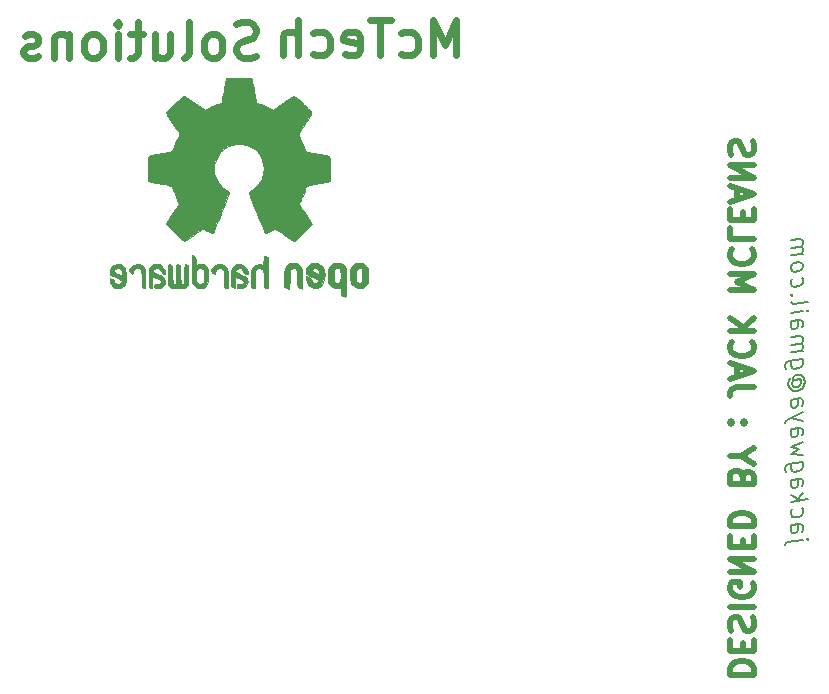
<source format=gbo>
G04 #@! TF.GenerationSoftware,KiCad,Pcbnew,(5.1.2)-2*
G04 #@! TF.CreationDate,2021-07-04T15:20:40+03:00*
G04 #@! TF.ProjectId,control_board,636f6e74-726f-46c5-9f62-6f6172642e6b,rev?*
G04 #@! TF.SameCoordinates,Original*
G04 #@! TF.FileFunction,Legend,Bot*
G04 #@! TF.FilePolarity,Positive*
%FSLAX46Y46*%
G04 Gerber Fmt 4.6, Leading zero omitted, Abs format (unit mm)*
G04 Created by KiCad (PCBNEW (5.1.2)-2) date 2021-07-04 15:20:40*
%MOMM*%
%LPD*%
G04 APERTURE LIST*
%ADD10C,0.600000*%
%ADD11C,0.200000*%
%ADD12C,0.500000*%
%ADD13C,0.010000*%
%ADD14O,2.082000X4.062000*%
%ADD15R,2.082000X4.062000*%
%ADD16C,6.102000*%
%ADD17C,0.902000*%
%ADD18R,1.802000X1.802000*%
%ADD19O,1.802000X1.802000*%
%ADD20C,2.102000*%
%ADD21C,1.402000*%
%ADD22R,1.402000X1.402000*%
G04 APERTURE END LIST*
D10*
X92957142Y-76564285D02*
X92528571Y-76707142D01*
X91814285Y-76707142D01*
X91528571Y-76564285D01*
X91385714Y-76421428D01*
X91242857Y-76135714D01*
X91242857Y-75850000D01*
X91385714Y-75564285D01*
X91528571Y-75421428D01*
X91814285Y-75278571D01*
X92385714Y-75135714D01*
X92671428Y-74992857D01*
X92814285Y-74850000D01*
X92957142Y-74564285D01*
X92957142Y-74278571D01*
X92814285Y-73992857D01*
X92671428Y-73850000D01*
X92385714Y-73707142D01*
X91671428Y-73707142D01*
X91242857Y-73850000D01*
X89528571Y-76707142D02*
X89814285Y-76564285D01*
X89957142Y-76421428D01*
X90100000Y-76135714D01*
X90100000Y-75278571D01*
X89957142Y-74992857D01*
X89814285Y-74850000D01*
X89528571Y-74707142D01*
X89100000Y-74707142D01*
X88814285Y-74850000D01*
X88671428Y-74992857D01*
X88528571Y-75278571D01*
X88528571Y-76135714D01*
X88671428Y-76421428D01*
X88814285Y-76564285D01*
X89100000Y-76707142D01*
X89528571Y-76707142D01*
X86814285Y-76707142D02*
X87100000Y-76564285D01*
X87242857Y-76278571D01*
X87242857Y-73707142D01*
X84385714Y-74707142D02*
X84385714Y-76707142D01*
X85671428Y-74707142D02*
X85671428Y-76278571D01*
X85528571Y-76564285D01*
X85242857Y-76707142D01*
X84814285Y-76707142D01*
X84528571Y-76564285D01*
X84385714Y-76421428D01*
X83385714Y-74707142D02*
X82242857Y-74707142D01*
X82957142Y-73707142D02*
X82957142Y-76278571D01*
X82814285Y-76564285D01*
X82528571Y-76707142D01*
X82242857Y-76707142D01*
X81242857Y-76707142D02*
X81242857Y-74707142D01*
X81242857Y-73707142D02*
X81385714Y-73850000D01*
X81242857Y-73992857D01*
X81100000Y-73850000D01*
X81242857Y-73707142D01*
X81242857Y-73992857D01*
X79385714Y-76707142D02*
X79671428Y-76564285D01*
X79814285Y-76421428D01*
X79957142Y-76135714D01*
X79957142Y-75278571D01*
X79814285Y-74992857D01*
X79671428Y-74850000D01*
X79385714Y-74707142D01*
X78957142Y-74707142D01*
X78671428Y-74850000D01*
X78528571Y-74992857D01*
X78385714Y-75278571D01*
X78385714Y-76135714D01*
X78528571Y-76421428D01*
X78671428Y-76564285D01*
X78957142Y-76707142D01*
X79385714Y-76707142D01*
X77100000Y-74707142D02*
X77100000Y-76707142D01*
X77100000Y-74992857D02*
X76957142Y-74850000D01*
X76671428Y-74707142D01*
X76242857Y-74707142D01*
X75957142Y-74850000D01*
X75814285Y-75135714D01*
X75814285Y-76707142D01*
X74528571Y-76564285D02*
X74242857Y-76707142D01*
X73671428Y-76707142D01*
X73385714Y-76564285D01*
X73242857Y-76278571D01*
X73242857Y-76135714D01*
X73385714Y-75850000D01*
X73671428Y-75707142D01*
X74100000Y-75707142D01*
X74385714Y-75564285D01*
X74528571Y-75278571D01*
X74528571Y-75135714D01*
X74385714Y-74850000D01*
X74100000Y-74707142D01*
X73671428Y-74707142D01*
X73385714Y-74850000D01*
X109907142Y-76507142D02*
X109907142Y-73507142D01*
X108907142Y-75650000D01*
X107907142Y-73507142D01*
X107907142Y-76507142D01*
X105192857Y-76364285D02*
X105478571Y-76507142D01*
X106050000Y-76507142D01*
X106335714Y-76364285D01*
X106478571Y-76221428D01*
X106621428Y-75935714D01*
X106621428Y-75078571D01*
X106478571Y-74792857D01*
X106335714Y-74650000D01*
X106050000Y-74507142D01*
X105478571Y-74507142D01*
X105192857Y-74650000D01*
X104335714Y-73507142D02*
X102621428Y-73507142D01*
X103478571Y-76507142D02*
X103478571Y-73507142D01*
X100478571Y-76364285D02*
X100764285Y-76507142D01*
X101335714Y-76507142D01*
X101621428Y-76364285D01*
X101764285Y-76078571D01*
X101764285Y-74935714D01*
X101621428Y-74650000D01*
X101335714Y-74507142D01*
X100764285Y-74507142D01*
X100478571Y-74650000D01*
X100335714Y-74935714D01*
X100335714Y-75221428D01*
X101764285Y-75507142D01*
X97764285Y-76364285D02*
X98050000Y-76507142D01*
X98621428Y-76507142D01*
X98907142Y-76364285D01*
X99050000Y-76221428D01*
X99192857Y-75935714D01*
X99192857Y-75078571D01*
X99050000Y-74792857D01*
X98907142Y-74650000D01*
X98621428Y-74507142D01*
X98050000Y-74507142D01*
X97764285Y-74650000D01*
X96478571Y-76507142D02*
X96478571Y-73507142D01*
X95192857Y-76507142D02*
X95192857Y-74935714D01*
X95335714Y-74650000D01*
X95621428Y-74507142D01*
X96050000Y-74507142D01*
X96335714Y-74650000D01*
X96478571Y-74792857D01*
D11*
X139221428Y-117522946D02*
X137935714Y-117683660D01*
X137792857Y-117772946D01*
X137721428Y-117924732D01*
X137721428Y-117996160D01*
X139721428Y-117460446D02*
X139650000Y-117540803D01*
X139578571Y-117478303D01*
X139650000Y-117397946D01*
X139721428Y-117460446D01*
X139578571Y-117478303D01*
X138221428Y-116290803D02*
X139007142Y-116192589D01*
X139150000Y-116246160D01*
X139221428Y-116380089D01*
X139221428Y-116665803D01*
X139150000Y-116817589D01*
X138292857Y-116281875D02*
X138221428Y-116433660D01*
X138221428Y-116790803D01*
X138292857Y-116924732D01*
X138435714Y-116978303D01*
X138578571Y-116960446D01*
X138721428Y-116871160D01*
X138792857Y-116719375D01*
X138792857Y-116362232D01*
X138864285Y-116210446D01*
X138292857Y-114924732D02*
X138221428Y-115076517D01*
X138221428Y-115362232D01*
X138292857Y-115496160D01*
X138364285Y-115558660D01*
X138507142Y-115612232D01*
X138935714Y-115558660D01*
X139078571Y-115469375D01*
X139150000Y-115389017D01*
X139221428Y-115237232D01*
X139221428Y-114951517D01*
X139150000Y-114817589D01*
X138221428Y-114290803D02*
X139721428Y-114103303D01*
X138792857Y-114076517D02*
X138221428Y-113719375D01*
X139221428Y-113594375D02*
X138650000Y-114237232D01*
X138221428Y-112433660D02*
X139007142Y-112335446D01*
X139150000Y-112389017D01*
X139221428Y-112522946D01*
X139221428Y-112808660D01*
X139150000Y-112960446D01*
X138292857Y-112424732D02*
X138221428Y-112576517D01*
X138221428Y-112933660D01*
X138292857Y-113067589D01*
X138435714Y-113121160D01*
X138578571Y-113103303D01*
X138721428Y-113014017D01*
X138792857Y-112862232D01*
X138792857Y-112505089D01*
X138864285Y-112353303D01*
X139221428Y-110951517D02*
X138007142Y-111103303D01*
X137864285Y-111192589D01*
X137792857Y-111272946D01*
X137721428Y-111424732D01*
X137721428Y-111639017D01*
X137792857Y-111772946D01*
X138292857Y-111067589D02*
X138221428Y-111219375D01*
X138221428Y-111505089D01*
X138292857Y-111639017D01*
X138364285Y-111701517D01*
X138507142Y-111755089D01*
X138935714Y-111701517D01*
X139078571Y-111612232D01*
X139150000Y-111531875D01*
X139221428Y-111380089D01*
X139221428Y-111094375D01*
X139150000Y-110960446D01*
X139221428Y-110380089D02*
X138221428Y-110219375D01*
X138935714Y-109844375D01*
X138221428Y-109647946D01*
X139221428Y-109237232D01*
X138221428Y-108147946D02*
X139007142Y-108049732D01*
X139150000Y-108103303D01*
X139221428Y-108237232D01*
X139221428Y-108522946D01*
X139150000Y-108674732D01*
X138292857Y-108139017D02*
X138221428Y-108290803D01*
X138221428Y-108647946D01*
X138292857Y-108781875D01*
X138435714Y-108835446D01*
X138578571Y-108817589D01*
X138721428Y-108728303D01*
X138792857Y-108576517D01*
X138792857Y-108219375D01*
X138864285Y-108067589D01*
X139221428Y-107451517D02*
X138221428Y-107219375D01*
X139221428Y-106737232D02*
X138221428Y-107219375D01*
X137864285Y-107406875D01*
X137792857Y-107487232D01*
X137721428Y-107639017D01*
X138221428Y-105647946D02*
X139007142Y-105549732D01*
X139150000Y-105603303D01*
X139221428Y-105737232D01*
X139221428Y-106022946D01*
X139150000Y-106174732D01*
X138292857Y-105639017D02*
X138221428Y-105790803D01*
X138221428Y-106147946D01*
X138292857Y-106281875D01*
X138435714Y-106335446D01*
X138578571Y-106317589D01*
X138721428Y-106228303D01*
X138792857Y-106076517D01*
X138792857Y-105719375D01*
X138864285Y-105567589D01*
X138935714Y-103915803D02*
X139007142Y-103978303D01*
X139078571Y-104112232D01*
X139078571Y-104255089D01*
X139007142Y-104406875D01*
X138935714Y-104487232D01*
X138792857Y-104576517D01*
X138650000Y-104594375D01*
X138507142Y-104540803D01*
X138435714Y-104478303D01*
X138364285Y-104344375D01*
X138364285Y-104201517D01*
X138435714Y-104049732D01*
X138507142Y-103969375D01*
X139078571Y-103897946D02*
X138507142Y-103969375D01*
X138435714Y-103906875D01*
X138435714Y-103835446D01*
X138507142Y-103683660D01*
X138650000Y-103594375D01*
X139007142Y-103549732D01*
X139221428Y-103665803D01*
X139364285Y-103862232D01*
X139435714Y-104139017D01*
X139364285Y-104433660D01*
X139221428Y-104665803D01*
X139007142Y-104835446D01*
X138721428Y-104942589D01*
X138435714Y-104906875D01*
X138221428Y-104790803D01*
X138078571Y-104594375D01*
X138007142Y-104317589D01*
X138078571Y-104022946D01*
X138221428Y-103790803D01*
X139221428Y-102237232D02*
X138007142Y-102389017D01*
X137864285Y-102478303D01*
X137792857Y-102558660D01*
X137721428Y-102710446D01*
X137721428Y-102924732D01*
X137792857Y-103058660D01*
X138292857Y-102353303D02*
X138221428Y-102505089D01*
X138221428Y-102790803D01*
X138292857Y-102924732D01*
X138364285Y-102987232D01*
X138507142Y-103040803D01*
X138935714Y-102987232D01*
X139078571Y-102897946D01*
X139150000Y-102817589D01*
X139221428Y-102665803D01*
X139221428Y-102380089D01*
X139150000Y-102246160D01*
X138221428Y-101647946D02*
X139221428Y-101522946D01*
X139078571Y-101540803D02*
X139150000Y-101460446D01*
X139221428Y-101308660D01*
X139221428Y-101094375D01*
X139150000Y-100960446D01*
X139007142Y-100906875D01*
X138221428Y-101005089D01*
X139007142Y-100906875D02*
X139150000Y-100817589D01*
X139221428Y-100665803D01*
X139221428Y-100451517D01*
X139150000Y-100317589D01*
X139007142Y-100264017D01*
X138221428Y-100362232D01*
X138221428Y-99005089D02*
X139007142Y-98906875D01*
X139150000Y-98960446D01*
X139221428Y-99094375D01*
X139221428Y-99380089D01*
X139150000Y-99531875D01*
X138292857Y-98996160D02*
X138221428Y-99147946D01*
X138221428Y-99505089D01*
X138292857Y-99639017D01*
X138435714Y-99692589D01*
X138578571Y-99674732D01*
X138721428Y-99585446D01*
X138792857Y-99433660D01*
X138792857Y-99076517D01*
X138864285Y-98924732D01*
X138221428Y-98290803D02*
X139221428Y-98165803D01*
X139721428Y-98103303D02*
X139650000Y-98183660D01*
X139578571Y-98121160D01*
X139650000Y-98040803D01*
X139721428Y-98103303D01*
X139578571Y-98121160D01*
X138221428Y-97362232D02*
X138292857Y-97496160D01*
X138435714Y-97549732D01*
X139721428Y-97389017D01*
X138364285Y-96772946D02*
X138292857Y-96710446D01*
X138221428Y-96790803D01*
X138292857Y-96853303D01*
X138364285Y-96772946D01*
X138221428Y-96790803D01*
X138292857Y-95424732D02*
X138221428Y-95576517D01*
X138221428Y-95862232D01*
X138292857Y-95996160D01*
X138364285Y-96058660D01*
X138507142Y-96112232D01*
X138935714Y-96058660D01*
X139078571Y-95969375D01*
X139150000Y-95889017D01*
X139221428Y-95737232D01*
X139221428Y-95451517D01*
X139150000Y-95317589D01*
X138221428Y-94576517D02*
X138292857Y-94710446D01*
X138364285Y-94772946D01*
X138507142Y-94826517D01*
X138935714Y-94772946D01*
X139078571Y-94683660D01*
X139150000Y-94603303D01*
X139221428Y-94451517D01*
X139221428Y-94237232D01*
X139150000Y-94103303D01*
X139078571Y-94040803D01*
X138935714Y-93987232D01*
X138507142Y-94040803D01*
X138364285Y-94130089D01*
X138292857Y-94210446D01*
X138221428Y-94362232D01*
X138221428Y-94576517D01*
X138221428Y-93433660D02*
X139221428Y-93308660D01*
X139078571Y-93326517D02*
X139150000Y-93246160D01*
X139221428Y-93094375D01*
X139221428Y-92880089D01*
X139150000Y-92746160D01*
X139007142Y-92692589D01*
X138221428Y-92790803D01*
X139007142Y-92692589D02*
X139150000Y-92603303D01*
X139221428Y-92451517D01*
X139221428Y-92237232D01*
X139150000Y-92103303D01*
X139007142Y-92049732D01*
X138221428Y-92147946D01*
D12*
X133095238Y-128923809D02*
X135095238Y-128923809D01*
X135095238Y-128447619D01*
X135000000Y-128161904D01*
X134809523Y-127971428D01*
X134619047Y-127876190D01*
X134238095Y-127780952D01*
X133952380Y-127780952D01*
X133571428Y-127876190D01*
X133380952Y-127971428D01*
X133190476Y-128161904D01*
X133095238Y-128447619D01*
X133095238Y-128923809D01*
X134142857Y-126923809D02*
X134142857Y-126257142D01*
X133095238Y-125971428D02*
X133095238Y-126923809D01*
X135095238Y-126923809D01*
X135095238Y-125971428D01*
X133190476Y-125209523D02*
X133095238Y-124923809D01*
X133095238Y-124447619D01*
X133190476Y-124257142D01*
X133285714Y-124161904D01*
X133476190Y-124066666D01*
X133666666Y-124066666D01*
X133857142Y-124161904D01*
X133952380Y-124257142D01*
X134047619Y-124447619D01*
X134142857Y-124828571D01*
X134238095Y-125019047D01*
X134333333Y-125114285D01*
X134523809Y-125209523D01*
X134714285Y-125209523D01*
X134904761Y-125114285D01*
X135000000Y-125019047D01*
X135095238Y-124828571D01*
X135095238Y-124352380D01*
X135000000Y-124066666D01*
X133095238Y-123209523D02*
X135095238Y-123209523D01*
X135000000Y-121209523D02*
X135095238Y-121400000D01*
X135095238Y-121685714D01*
X135000000Y-121971428D01*
X134809523Y-122161904D01*
X134619047Y-122257142D01*
X134238095Y-122352380D01*
X133952380Y-122352380D01*
X133571428Y-122257142D01*
X133380952Y-122161904D01*
X133190476Y-121971428D01*
X133095238Y-121685714D01*
X133095238Y-121495238D01*
X133190476Y-121209523D01*
X133285714Y-121114285D01*
X133952380Y-121114285D01*
X133952380Y-121495238D01*
X133095238Y-120257142D02*
X135095238Y-120257142D01*
X133095238Y-119114285D01*
X135095238Y-119114285D01*
X134142857Y-118161904D02*
X134142857Y-117495238D01*
X133095238Y-117209523D02*
X133095238Y-118161904D01*
X135095238Y-118161904D01*
X135095238Y-117209523D01*
X133095238Y-116352380D02*
X135095238Y-116352380D01*
X135095238Y-115876190D01*
X135000000Y-115590476D01*
X134809523Y-115400000D01*
X134619047Y-115304761D01*
X134238095Y-115209523D01*
X133952380Y-115209523D01*
X133571428Y-115304761D01*
X133380952Y-115400000D01*
X133190476Y-115590476D01*
X133095238Y-115876190D01*
X133095238Y-116352380D01*
X134142857Y-112161904D02*
X134047619Y-111876190D01*
X133952380Y-111780952D01*
X133761904Y-111685714D01*
X133476190Y-111685714D01*
X133285714Y-111780952D01*
X133190476Y-111876190D01*
X133095238Y-112066666D01*
X133095238Y-112828571D01*
X135095238Y-112828571D01*
X135095238Y-112161904D01*
X135000000Y-111971428D01*
X134904761Y-111876190D01*
X134714285Y-111780952D01*
X134523809Y-111780952D01*
X134333333Y-111876190D01*
X134238095Y-111971428D01*
X134142857Y-112161904D01*
X134142857Y-112828571D01*
X134047619Y-110447619D02*
X133095238Y-110447619D01*
X135095238Y-111114285D02*
X134047619Y-110447619D01*
X135095238Y-109780952D01*
X133285714Y-107590476D02*
X133190476Y-107495238D01*
X133095238Y-107590476D01*
X133190476Y-107685714D01*
X133285714Y-107590476D01*
X133095238Y-107590476D01*
X134333333Y-107590476D02*
X134238095Y-107495238D01*
X134142857Y-107590476D01*
X134238095Y-107685714D01*
X134333333Y-107590476D01*
X134142857Y-107590476D01*
X135095238Y-104542857D02*
X133666666Y-104542857D01*
X133380952Y-104638095D01*
X133190476Y-104828571D01*
X133095238Y-105114285D01*
X133095238Y-105304761D01*
X133666666Y-103685714D02*
X133666666Y-102733333D01*
X133095238Y-103876190D02*
X135095238Y-103209523D01*
X133095238Y-102542857D01*
X133285714Y-100733333D02*
X133190476Y-100828571D01*
X133095238Y-101114285D01*
X133095238Y-101304761D01*
X133190476Y-101590476D01*
X133380952Y-101780952D01*
X133571428Y-101876190D01*
X133952380Y-101971428D01*
X134238095Y-101971428D01*
X134619047Y-101876190D01*
X134809523Y-101780952D01*
X135000000Y-101590476D01*
X135095238Y-101304761D01*
X135095238Y-101114285D01*
X135000000Y-100828571D01*
X134904761Y-100733333D01*
X133095238Y-99876190D02*
X135095238Y-99876190D01*
X133095238Y-98733333D02*
X134238095Y-99590476D01*
X135095238Y-98733333D02*
X133952380Y-99876190D01*
X133095238Y-96352380D02*
X135095238Y-96352380D01*
X133666666Y-95685714D01*
X135095238Y-95019047D01*
X133095238Y-95019047D01*
X133285714Y-92923809D02*
X133190476Y-93019047D01*
X133095238Y-93304761D01*
X133095238Y-93495238D01*
X133190476Y-93780952D01*
X133380952Y-93971428D01*
X133571428Y-94066666D01*
X133952380Y-94161904D01*
X134238095Y-94161904D01*
X134619047Y-94066666D01*
X134809523Y-93971428D01*
X135000000Y-93780952D01*
X135095238Y-93495238D01*
X135095238Y-93304761D01*
X135000000Y-93019047D01*
X134904761Y-92923809D01*
X133095238Y-91114285D02*
X133095238Y-92066666D01*
X135095238Y-92066666D01*
X134142857Y-90447619D02*
X134142857Y-89780952D01*
X133095238Y-89495238D02*
X133095238Y-90447619D01*
X135095238Y-90447619D01*
X135095238Y-89495238D01*
X133666666Y-88733333D02*
X133666666Y-87780952D01*
X133095238Y-88923809D02*
X135095238Y-88257142D01*
X133095238Y-87590476D01*
X133095238Y-86923809D02*
X135095238Y-86923809D01*
X133095238Y-85780952D01*
X135095238Y-85780952D01*
X133190476Y-84923809D02*
X133095238Y-84638095D01*
X133095238Y-84161904D01*
X133190476Y-83971428D01*
X133285714Y-83876190D01*
X133476190Y-83780952D01*
X133666666Y-83780952D01*
X133857142Y-83876190D01*
X133952380Y-83971428D01*
X134047619Y-84161904D01*
X134142857Y-84542857D01*
X134238095Y-84733333D01*
X134333333Y-84828571D01*
X134523809Y-84923809D01*
X134714285Y-84923809D01*
X134904761Y-84828571D01*
X135000000Y-84733333D01*
X135095238Y-84542857D01*
X135095238Y-84066666D01*
X135000000Y-83780952D01*
D13*
G36*
X91151643Y-78404997D02*
G01*
X90888323Y-78406439D01*
X90697754Y-78410342D01*
X90567655Y-78417937D01*
X90485743Y-78430450D01*
X90439734Y-78449111D01*
X90417347Y-78475148D01*
X90406298Y-78509788D01*
X90405224Y-78514272D01*
X90388441Y-78595189D01*
X90357375Y-78754842D01*
X90315258Y-78976238D01*
X90265321Y-79242385D01*
X90210797Y-79536290D01*
X90208893Y-79546612D01*
X90154277Y-79834636D01*
X90103178Y-80089115D01*
X90058894Y-80294785D01*
X90024721Y-80436385D01*
X90003957Y-80498650D01*
X90002967Y-80499753D01*
X89941801Y-80530159D01*
X89815690Y-80580828D01*
X89651869Y-80640822D01*
X89650957Y-80641142D01*
X89444612Y-80718704D01*
X89201340Y-80817507D01*
X88972031Y-80916848D01*
X88961178Y-80921760D01*
X88587683Y-81091276D01*
X87760635Y-80526495D01*
X87506923Y-80354320D01*
X87277098Y-80200395D01*
X87084475Y-80073474D01*
X86942368Y-79982309D01*
X86864093Y-79935655D01*
X86856660Y-79932195D01*
X86799776Y-79947600D01*
X86693531Y-80021927D01*
X86533781Y-80158681D01*
X86316384Y-80361368D01*
X86094452Y-80577008D01*
X85880509Y-80789503D01*
X85689031Y-80983410D01*
X85531545Y-81146754D01*
X85419578Y-81267561D01*
X85364657Y-81333855D01*
X85362614Y-81337268D01*
X85356542Y-81382761D01*
X85379416Y-81457056D01*
X85436885Y-81570186D01*
X85534601Y-81732185D01*
X85678216Y-81953086D01*
X85869667Y-82237460D01*
X86039577Y-82487759D01*
X86191462Y-82712250D01*
X86316545Y-82897900D01*
X86406051Y-83031675D01*
X86451200Y-83100542D01*
X86454042Y-83105218D01*
X86448530Y-83171201D01*
X86406745Y-83299448D01*
X86337003Y-83465720D01*
X86312146Y-83518819D01*
X86203689Y-83755377D01*
X86087980Y-84023789D01*
X85993985Y-84256035D01*
X85926255Y-84428407D01*
X85872457Y-84559403D01*
X85841369Y-84627867D01*
X85837504Y-84633142D01*
X85780329Y-84641880D01*
X85645552Y-84665823D01*
X85451094Y-84701562D01*
X85214875Y-84745689D01*
X84954816Y-84794795D01*
X84688837Y-84845472D01*
X84434857Y-84894313D01*
X84210799Y-84937909D01*
X84034580Y-84972851D01*
X83924123Y-84995732D01*
X83897030Y-85002201D01*
X83869044Y-85018167D01*
X83847919Y-85054227D01*
X83832703Y-85122552D01*
X83822447Y-85235315D01*
X83816200Y-85404686D01*
X83813012Y-85642838D01*
X83811933Y-85961942D01*
X83811877Y-86092741D01*
X83811877Y-87156511D01*
X84067337Y-87206933D01*
X84209463Y-87234273D01*
X84421550Y-87274182D01*
X84677807Y-87321845D01*
X84952442Y-87372446D01*
X85028352Y-87386344D01*
X85281779Y-87435617D01*
X85502553Y-87484070D01*
X85672143Y-87527215D01*
X85772020Y-87560563D01*
X85788657Y-87570502D01*
X85829511Y-87640891D01*
X85888087Y-87777283D01*
X85953045Y-87952805D01*
X85965929Y-87990613D01*
X86051066Y-88225030D01*
X86156744Y-88489524D01*
X86260160Y-88727041D01*
X86260670Y-88728144D01*
X86432888Y-89100733D01*
X85866476Y-89933893D01*
X85300065Y-90767053D01*
X86027298Y-91495500D01*
X86247252Y-91712302D01*
X86447868Y-91903414D01*
X86617878Y-92058636D01*
X86746015Y-92167764D01*
X86821011Y-92220595D01*
X86831769Y-92223947D01*
X86894933Y-92197549D01*
X87023820Y-92124160D01*
X87204351Y-92012484D01*
X87422446Y-91871224D01*
X87658246Y-91713027D01*
X87897564Y-91551664D01*
X88110941Y-91411252D01*
X88284825Y-91300431D01*
X88405666Y-91227838D01*
X88459737Y-91202108D01*
X88525706Y-91223880D01*
X88650802Y-91281251D01*
X88809220Y-91362300D01*
X88826013Y-91371309D01*
X89039348Y-91478300D01*
X89185636Y-91530772D01*
X89276620Y-91531330D01*
X89324041Y-91482580D01*
X89324317Y-91481897D01*
X89348020Y-91424164D01*
X89404551Y-91287115D01*
X89489526Y-91081357D01*
X89598562Y-90817498D01*
X89727276Y-90506144D01*
X89871285Y-90157904D01*
X90010749Y-89820744D01*
X90164020Y-89448666D01*
X90304749Y-89103987D01*
X90428718Y-88797271D01*
X90531709Y-88539085D01*
X90609504Y-88339994D01*
X90657886Y-88210565D01*
X90672796Y-88162261D01*
X90635406Y-88106850D01*
X90537602Y-88018538D01*
X90407185Y-87921174D01*
X90035777Y-87613253D01*
X89745470Y-87260304D01*
X89539744Y-86869761D01*
X89422077Y-86449057D01*
X89395949Y-86005629D01*
X89414940Y-85800958D01*
X89518417Y-85376323D01*
X89696627Y-85001336D01*
X89938518Y-84679696D01*
X90233037Y-84415101D01*
X90569129Y-84211250D01*
X90935742Y-84071842D01*
X91321823Y-84000574D01*
X91716319Y-84001145D01*
X92108175Y-84077254D01*
X92486340Y-84232599D01*
X92839760Y-84470879D01*
X92987273Y-84605639D01*
X93270184Y-84951679D01*
X93467168Y-85329826D01*
X93579536Y-85729055D01*
X93608599Y-86138345D01*
X93555669Y-86546672D01*
X93422057Y-86943013D01*
X93209075Y-87316345D01*
X92918034Y-87655645D01*
X92592814Y-87921174D01*
X92457348Y-88022671D01*
X92361651Y-88110025D01*
X92327203Y-88162343D01*
X92345240Y-88219398D01*
X92396538Y-88355698D01*
X92476876Y-88560678D01*
X92582036Y-88823772D01*
X92707796Y-89134416D01*
X92849937Y-89482043D01*
X92989635Y-89820826D01*
X93143759Y-90193222D01*
X93286518Y-90538307D01*
X93413529Y-90845477D01*
X93520411Y-91104125D01*
X93602780Y-91303647D01*
X93656253Y-91433435D01*
X93676067Y-91481897D01*
X93722876Y-91531129D01*
X93813417Y-91530985D01*
X93959342Y-91478877D01*
X94172302Y-91372216D01*
X94173986Y-91371309D01*
X94334330Y-91288536D01*
X94463948Y-91228242D01*
X94537037Y-91202346D01*
X94540263Y-91202108D01*
X94595284Y-91228374D01*
X94716757Y-91301416D01*
X94891129Y-91412595D01*
X95104850Y-91553273D01*
X95341753Y-91713027D01*
X95582945Y-91874779D01*
X95800326Y-92015450D01*
X95979816Y-92126335D01*
X96107336Y-92198730D01*
X96168230Y-92223947D01*
X96224303Y-92190803D01*
X96337040Y-92098173D01*
X96495177Y-91956257D01*
X96687449Y-91775255D01*
X96902591Y-91565369D01*
X96972952Y-91495249D01*
X97700434Y-90766552D01*
X97146705Y-89953900D01*
X96978423Y-89704342D01*
X96830729Y-89480366D01*
X96711910Y-89294949D01*
X96630250Y-89161065D01*
X96594036Y-89091690D01*
X96592975Y-89086755D01*
X96612067Y-89021364D01*
X96663418Y-88889825D01*
X96738140Y-88714181D01*
X96790588Y-88596591D01*
X96888654Y-88371461D01*
X96981007Y-88144015D01*
X97052606Y-87951839D01*
X97072056Y-87893295D01*
X97127314Y-87736956D01*
X97181331Y-87616158D01*
X97211001Y-87570502D01*
X97276476Y-87542561D01*
X97419376Y-87502951D01*
X97621161Y-87456162D01*
X97863288Y-87406683D01*
X97971647Y-87386344D01*
X98246811Y-87335781D01*
X98510746Y-87286822D01*
X98737659Y-87244281D01*
X98901761Y-87212975D01*
X98932662Y-87206933D01*
X99188122Y-87156511D01*
X99188122Y-86092741D01*
X99187548Y-85742950D01*
X99185193Y-85478300D01*
X99180107Y-85286622D01*
X99171339Y-85155744D01*
X99157938Y-85073493D01*
X99138954Y-85027698D01*
X99113438Y-85006188D01*
X99102969Y-85002201D01*
X99039826Y-84988056D01*
X98900325Y-84959834D01*
X98702389Y-84920943D01*
X98463935Y-84874792D01*
X98202886Y-84824788D01*
X97937161Y-84774341D01*
X97684681Y-84726858D01*
X97463365Y-84685748D01*
X97291134Y-84654419D01*
X97185908Y-84636278D01*
X97162495Y-84633142D01*
X97141284Y-84591173D01*
X97094332Y-84479370D01*
X97030419Y-84318888D01*
X97006014Y-84256035D01*
X96907580Y-84013203D01*
X96791666Y-83744918D01*
X96687853Y-83518819D01*
X96611465Y-83345935D01*
X96560644Y-83203877D01*
X96543679Y-83116878D01*
X96546384Y-83105218D01*
X96582239Y-83050170D01*
X96664108Y-82927739D01*
X96783205Y-82750962D01*
X96930742Y-82532877D01*
X97097931Y-82286520D01*
X97130990Y-82237891D01*
X97324980Y-81949773D01*
X97467579Y-81730377D01*
X97564473Y-81569602D01*
X97621346Y-81457346D01*
X97643884Y-81383510D01*
X97637772Y-81337990D01*
X97637616Y-81337700D01*
X97589511Y-81277910D01*
X97483111Y-81162319D01*
X97329948Y-81002909D01*
X97141555Y-80811665D01*
X96929465Y-80600568D01*
X96905547Y-80577008D01*
X96638262Y-80318172D01*
X96431992Y-80128117D01*
X96282592Y-80003337D01*
X96185920Y-79940327D01*
X96143339Y-79932195D01*
X96081196Y-79967672D01*
X95952237Y-80049623D01*
X95769778Y-80169292D01*
X95547133Y-80317926D01*
X95297616Y-80486772D01*
X95239364Y-80526495D01*
X94412316Y-81091276D01*
X94038821Y-80921760D01*
X93811684Y-80822971D01*
X93567872Y-80723617D01*
X93358275Y-80644401D01*
X93349042Y-80641142D01*
X93185095Y-80581129D01*
X93058715Y-80530382D01*
X92997137Y-80499841D01*
X92997032Y-80499753D01*
X92977493Y-80444548D01*
X92944279Y-80308779D01*
X92900687Y-80107709D01*
X92850016Y-79856599D01*
X92795561Y-79570713D01*
X92791106Y-79546612D01*
X92736482Y-79252059D01*
X92686336Y-78984684D01*
X92643898Y-78761480D01*
X92612402Y-78599439D01*
X92595077Y-78515553D01*
X92594775Y-78514272D01*
X92584232Y-78478588D01*
X92563731Y-78451646D01*
X92520989Y-78432218D01*
X92443724Y-78419075D01*
X92319652Y-78410989D01*
X92136491Y-78406732D01*
X91881958Y-78405075D01*
X91543769Y-78404790D01*
X91500000Y-78404790D01*
X91151643Y-78404997D01*
X91151643Y-78404997D01*
G37*
X91151643Y-78404997D02*
X90888323Y-78406439D01*
X90697754Y-78410342D01*
X90567655Y-78417937D01*
X90485743Y-78430450D01*
X90439734Y-78449111D01*
X90417347Y-78475148D01*
X90406298Y-78509788D01*
X90405224Y-78514272D01*
X90388441Y-78595189D01*
X90357375Y-78754842D01*
X90315258Y-78976238D01*
X90265321Y-79242385D01*
X90210797Y-79536290D01*
X90208893Y-79546612D01*
X90154277Y-79834636D01*
X90103178Y-80089115D01*
X90058894Y-80294785D01*
X90024721Y-80436385D01*
X90003957Y-80498650D01*
X90002967Y-80499753D01*
X89941801Y-80530159D01*
X89815690Y-80580828D01*
X89651869Y-80640822D01*
X89650957Y-80641142D01*
X89444612Y-80718704D01*
X89201340Y-80817507D01*
X88972031Y-80916848D01*
X88961178Y-80921760D01*
X88587683Y-81091276D01*
X87760635Y-80526495D01*
X87506923Y-80354320D01*
X87277098Y-80200395D01*
X87084475Y-80073474D01*
X86942368Y-79982309D01*
X86864093Y-79935655D01*
X86856660Y-79932195D01*
X86799776Y-79947600D01*
X86693531Y-80021927D01*
X86533781Y-80158681D01*
X86316384Y-80361368D01*
X86094452Y-80577008D01*
X85880509Y-80789503D01*
X85689031Y-80983410D01*
X85531545Y-81146754D01*
X85419578Y-81267561D01*
X85364657Y-81333855D01*
X85362614Y-81337268D01*
X85356542Y-81382761D01*
X85379416Y-81457056D01*
X85436885Y-81570186D01*
X85534601Y-81732185D01*
X85678216Y-81953086D01*
X85869667Y-82237460D01*
X86039577Y-82487759D01*
X86191462Y-82712250D01*
X86316545Y-82897900D01*
X86406051Y-83031675D01*
X86451200Y-83100542D01*
X86454042Y-83105218D01*
X86448530Y-83171201D01*
X86406745Y-83299448D01*
X86337003Y-83465720D01*
X86312146Y-83518819D01*
X86203689Y-83755377D01*
X86087980Y-84023789D01*
X85993985Y-84256035D01*
X85926255Y-84428407D01*
X85872457Y-84559403D01*
X85841369Y-84627867D01*
X85837504Y-84633142D01*
X85780329Y-84641880D01*
X85645552Y-84665823D01*
X85451094Y-84701562D01*
X85214875Y-84745689D01*
X84954816Y-84794795D01*
X84688837Y-84845472D01*
X84434857Y-84894313D01*
X84210799Y-84937909D01*
X84034580Y-84972851D01*
X83924123Y-84995732D01*
X83897030Y-85002201D01*
X83869044Y-85018167D01*
X83847919Y-85054227D01*
X83832703Y-85122552D01*
X83822447Y-85235315D01*
X83816200Y-85404686D01*
X83813012Y-85642838D01*
X83811933Y-85961942D01*
X83811877Y-86092741D01*
X83811877Y-87156511D01*
X84067337Y-87206933D01*
X84209463Y-87234273D01*
X84421550Y-87274182D01*
X84677807Y-87321845D01*
X84952442Y-87372446D01*
X85028352Y-87386344D01*
X85281779Y-87435617D01*
X85502553Y-87484070D01*
X85672143Y-87527215D01*
X85772020Y-87560563D01*
X85788657Y-87570502D01*
X85829511Y-87640891D01*
X85888087Y-87777283D01*
X85953045Y-87952805D01*
X85965929Y-87990613D01*
X86051066Y-88225030D01*
X86156744Y-88489524D01*
X86260160Y-88727041D01*
X86260670Y-88728144D01*
X86432888Y-89100733D01*
X85866476Y-89933893D01*
X85300065Y-90767053D01*
X86027298Y-91495500D01*
X86247252Y-91712302D01*
X86447868Y-91903414D01*
X86617878Y-92058636D01*
X86746015Y-92167764D01*
X86821011Y-92220595D01*
X86831769Y-92223947D01*
X86894933Y-92197549D01*
X87023820Y-92124160D01*
X87204351Y-92012484D01*
X87422446Y-91871224D01*
X87658246Y-91713027D01*
X87897564Y-91551664D01*
X88110941Y-91411252D01*
X88284825Y-91300431D01*
X88405666Y-91227838D01*
X88459737Y-91202108D01*
X88525706Y-91223880D01*
X88650802Y-91281251D01*
X88809220Y-91362300D01*
X88826013Y-91371309D01*
X89039348Y-91478300D01*
X89185636Y-91530772D01*
X89276620Y-91531330D01*
X89324041Y-91482580D01*
X89324317Y-91481897D01*
X89348020Y-91424164D01*
X89404551Y-91287115D01*
X89489526Y-91081357D01*
X89598562Y-90817498D01*
X89727276Y-90506144D01*
X89871285Y-90157904D01*
X90010749Y-89820744D01*
X90164020Y-89448666D01*
X90304749Y-89103987D01*
X90428718Y-88797271D01*
X90531709Y-88539085D01*
X90609504Y-88339994D01*
X90657886Y-88210565D01*
X90672796Y-88162261D01*
X90635406Y-88106850D01*
X90537602Y-88018538D01*
X90407185Y-87921174D01*
X90035777Y-87613253D01*
X89745470Y-87260304D01*
X89539744Y-86869761D01*
X89422077Y-86449057D01*
X89395949Y-86005629D01*
X89414940Y-85800958D01*
X89518417Y-85376323D01*
X89696627Y-85001336D01*
X89938518Y-84679696D01*
X90233037Y-84415101D01*
X90569129Y-84211250D01*
X90935742Y-84071842D01*
X91321823Y-84000574D01*
X91716319Y-84001145D01*
X92108175Y-84077254D01*
X92486340Y-84232599D01*
X92839760Y-84470879D01*
X92987273Y-84605639D01*
X93270184Y-84951679D01*
X93467168Y-85329826D01*
X93579536Y-85729055D01*
X93608599Y-86138345D01*
X93555669Y-86546672D01*
X93422057Y-86943013D01*
X93209075Y-87316345D01*
X92918034Y-87655645D01*
X92592814Y-87921174D01*
X92457348Y-88022671D01*
X92361651Y-88110025D01*
X92327203Y-88162343D01*
X92345240Y-88219398D01*
X92396538Y-88355698D01*
X92476876Y-88560678D01*
X92582036Y-88823772D01*
X92707796Y-89134416D01*
X92849937Y-89482043D01*
X92989635Y-89820826D01*
X93143759Y-90193222D01*
X93286518Y-90538307D01*
X93413529Y-90845477D01*
X93520411Y-91104125D01*
X93602780Y-91303647D01*
X93656253Y-91433435D01*
X93676067Y-91481897D01*
X93722876Y-91531129D01*
X93813417Y-91530985D01*
X93959342Y-91478877D01*
X94172302Y-91372216D01*
X94173986Y-91371309D01*
X94334330Y-91288536D01*
X94463948Y-91228242D01*
X94537037Y-91202346D01*
X94540263Y-91202108D01*
X94595284Y-91228374D01*
X94716757Y-91301416D01*
X94891129Y-91412595D01*
X95104850Y-91553273D01*
X95341753Y-91713027D01*
X95582945Y-91874779D01*
X95800326Y-92015450D01*
X95979816Y-92126335D01*
X96107336Y-92198730D01*
X96168230Y-92223947D01*
X96224303Y-92190803D01*
X96337040Y-92098173D01*
X96495177Y-91956257D01*
X96687449Y-91775255D01*
X96902591Y-91565369D01*
X96972952Y-91495249D01*
X97700434Y-90766552D01*
X97146705Y-89953900D01*
X96978423Y-89704342D01*
X96830729Y-89480366D01*
X96711910Y-89294949D01*
X96630250Y-89161065D01*
X96594036Y-89091690D01*
X96592975Y-89086755D01*
X96612067Y-89021364D01*
X96663418Y-88889825D01*
X96738140Y-88714181D01*
X96790588Y-88596591D01*
X96888654Y-88371461D01*
X96981007Y-88144015D01*
X97052606Y-87951839D01*
X97072056Y-87893295D01*
X97127314Y-87736956D01*
X97181331Y-87616158D01*
X97211001Y-87570502D01*
X97276476Y-87542561D01*
X97419376Y-87502951D01*
X97621161Y-87456162D01*
X97863288Y-87406683D01*
X97971647Y-87386344D01*
X98246811Y-87335781D01*
X98510746Y-87286822D01*
X98737659Y-87244281D01*
X98901761Y-87212975D01*
X98932662Y-87206933D01*
X99188122Y-87156511D01*
X99188122Y-86092741D01*
X99187548Y-85742950D01*
X99185193Y-85478300D01*
X99180107Y-85286622D01*
X99171339Y-85155744D01*
X99157938Y-85073493D01*
X99138954Y-85027698D01*
X99113438Y-85006188D01*
X99102969Y-85002201D01*
X99039826Y-84988056D01*
X98900325Y-84959834D01*
X98702389Y-84920943D01*
X98463935Y-84874792D01*
X98202886Y-84824788D01*
X97937161Y-84774341D01*
X97684681Y-84726858D01*
X97463365Y-84685748D01*
X97291134Y-84654419D01*
X97185908Y-84636278D01*
X97162495Y-84633142D01*
X97141284Y-84591173D01*
X97094332Y-84479370D01*
X97030419Y-84318888D01*
X97006014Y-84256035D01*
X96907580Y-84013203D01*
X96791666Y-83744918D01*
X96687853Y-83518819D01*
X96611465Y-83345935D01*
X96560644Y-83203877D01*
X96543679Y-83116878D01*
X96546384Y-83105218D01*
X96582239Y-83050170D01*
X96664108Y-82927739D01*
X96783205Y-82750962D01*
X96930742Y-82532877D01*
X97097931Y-82286520D01*
X97130990Y-82237891D01*
X97324980Y-81949773D01*
X97467579Y-81730377D01*
X97564473Y-81569602D01*
X97621346Y-81457346D01*
X97643884Y-81383510D01*
X97637772Y-81337990D01*
X97637616Y-81337700D01*
X97589511Y-81277910D01*
X97483111Y-81162319D01*
X97329948Y-81002909D01*
X97141555Y-80811665D01*
X96929465Y-80600568D01*
X96905547Y-80577008D01*
X96638262Y-80318172D01*
X96431992Y-80128117D01*
X96282592Y-80003337D01*
X96185920Y-79940327D01*
X96143339Y-79932195D01*
X96081196Y-79967672D01*
X95952237Y-80049623D01*
X95769778Y-80169292D01*
X95547133Y-80317926D01*
X95297616Y-80486772D01*
X95239364Y-80526495D01*
X94412316Y-81091276D01*
X94038821Y-80921760D01*
X93811684Y-80822971D01*
X93567872Y-80723617D01*
X93358275Y-80644401D01*
X93349042Y-80641142D01*
X93185095Y-80581129D01*
X93058715Y-80530382D01*
X92997137Y-80499841D01*
X92997032Y-80499753D01*
X92977493Y-80444548D01*
X92944279Y-80308779D01*
X92900687Y-80107709D01*
X92850016Y-79856599D01*
X92795561Y-79570713D01*
X92791106Y-79546612D01*
X92736482Y-79252059D01*
X92686336Y-78984684D01*
X92643898Y-78761480D01*
X92612402Y-78599439D01*
X92595077Y-78515553D01*
X92594775Y-78514272D01*
X92584232Y-78478588D01*
X92563731Y-78451646D01*
X92520989Y-78432218D01*
X92443724Y-78419075D01*
X92319652Y-78410989D01*
X92136491Y-78406732D01*
X91881958Y-78405075D01*
X91543769Y-78404790D01*
X91500000Y-78404790D01*
X91151643Y-78404997D01*
G36*
X80927601Y-94244233D02*
G01*
X80735083Y-94370057D01*
X80642226Y-94482696D01*
X80568660Y-94687092D01*
X80562817Y-94848830D01*
X80576053Y-95065094D01*
X81074808Y-95283398D01*
X81317315Y-95394930D01*
X81475771Y-95484650D01*
X81558164Y-95562361D01*
X81572482Y-95637867D01*
X81526713Y-95720971D01*
X81476245Y-95776054D01*
X81329395Y-95864389D01*
X81169672Y-95870579D01*
X81022980Y-95801735D01*
X80915219Y-95664972D01*
X80895945Y-95616680D01*
X80803624Y-95465848D01*
X80697412Y-95401567D01*
X80551724Y-95346576D01*
X80551724Y-95555057D01*
X80564604Y-95696926D01*
X80615057Y-95816563D01*
X80720803Y-95953927D01*
X80736520Y-95971777D01*
X80854145Y-96093986D01*
X80955254Y-96159570D01*
X81081750Y-96189742D01*
X81186616Y-96199623D01*
X81374189Y-96202085D01*
X81507716Y-96170892D01*
X81591017Y-96124579D01*
X81721937Y-96022735D01*
X81812561Y-95912591D01*
X81869913Y-95774069D01*
X81901020Y-95587090D01*
X81912906Y-95331577D01*
X81913855Y-95201894D01*
X81910629Y-95046421D01*
X81616834Y-95046421D01*
X81613427Y-95129827D01*
X81604934Y-95143487D01*
X81548890Y-95124931D01*
X81428282Y-95075822D01*
X81267087Y-95006002D01*
X81233378Y-94990995D01*
X81029661Y-94887404D01*
X80917421Y-94796359D01*
X80892753Y-94711081D01*
X80951755Y-94624794D01*
X81000482Y-94586667D01*
X81176306Y-94510417D01*
X81340873Y-94523014D01*
X81478646Y-94616086D01*
X81574087Y-94781256D01*
X81604686Y-94912357D01*
X81616834Y-95046421D01*
X81910629Y-95046421D01*
X81907568Y-94898919D01*
X81884401Y-94674756D01*
X81838510Y-94511526D01*
X81764046Y-94391352D01*
X81655164Y-94296355D01*
X81607695Y-94265655D01*
X81392062Y-94185703D01*
X81155979Y-94180672D01*
X80927601Y-94244233D01*
X80927601Y-94244233D01*
G37*
X80927601Y-94244233D02*
X80735083Y-94370057D01*
X80642226Y-94482696D01*
X80568660Y-94687092D01*
X80562817Y-94848830D01*
X80576053Y-95065094D01*
X81074808Y-95283398D01*
X81317315Y-95394930D01*
X81475771Y-95484650D01*
X81558164Y-95562361D01*
X81572482Y-95637867D01*
X81526713Y-95720971D01*
X81476245Y-95776054D01*
X81329395Y-95864389D01*
X81169672Y-95870579D01*
X81022980Y-95801735D01*
X80915219Y-95664972D01*
X80895945Y-95616680D01*
X80803624Y-95465848D01*
X80697412Y-95401567D01*
X80551724Y-95346576D01*
X80551724Y-95555057D01*
X80564604Y-95696926D01*
X80615057Y-95816563D01*
X80720803Y-95953927D01*
X80736520Y-95971777D01*
X80854145Y-96093986D01*
X80955254Y-96159570D01*
X81081750Y-96189742D01*
X81186616Y-96199623D01*
X81374189Y-96202085D01*
X81507716Y-96170892D01*
X81591017Y-96124579D01*
X81721937Y-96022735D01*
X81812561Y-95912591D01*
X81869913Y-95774069D01*
X81901020Y-95587090D01*
X81912906Y-95331577D01*
X81913855Y-95201894D01*
X81910629Y-95046421D01*
X81616834Y-95046421D01*
X81613427Y-95129827D01*
X81604934Y-95143487D01*
X81548890Y-95124931D01*
X81428282Y-95075822D01*
X81267087Y-95006002D01*
X81233378Y-94990995D01*
X81029661Y-94887404D01*
X80917421Y-94796359D01*
X80892753Y-94711081D01*
X80951755Y-94624794D01*
X81000482Y-94586667D01*
X81176306Y-94510417D01*
X81340873Y-94523014D01*
X81478646Y-94616086D01*
X81574087Y-94781256D01*
X81604686Y-94912357D01*
X81616834Y-95046421D01*
X81910629Y-95046421D01*
X81907568Y-94898919D01*
X81884401Y-94674756D01*
X81838510Y-94511526D01*
X81764046Y-94391352D01*
X81655164Y-94296355D01*
X81607695Y-94265655D01*
X81392062Y-94185703D01*
X81155979Y-94180672D01*
X80927601Y-94244233D01*
G36*
X82607184Y-94216697D02*
G01*
X82549024Y-94242116D01*
X82410205Y-94352059D01*
X82291495Y-94511030D01*
X82218079Y-94680677D01*
X82206130Y-94764313D01*
X82246191Y-94881078D01*
X82334065Y-94942862D01*
X82428282Y-94980273D01*
X82471423Y-94987167D01*
X82492429Y-94937138D01*
X82533910Y-94828269D01*
X82552108Y-94779076D01*
X82654152Y-94608913D01*
X82801897Y-94524038D01*
X82991345Y-94526648D01*
X83005377Y-94529991D01*
X83106519Y-94577945D01*
X83180876Y-94671432D01*
X83231662Y-94821939D01*
X83262092Y-95040951D01*
X83275382Y-95339956D01*
X83276628Y-95499056D01*
X83277246Y-95749855D01*
X83281295Y-95920825D01*
X83292067Y-96029454D01*
X83312853Y-96093230D01*
X83346945Y-96129643D01*
X83397635Y-96156179D01*
X83400565Y-96157515D01*
X83498182Y-96198787D01*
X83546542Y-96213985D01*
X83553973Y-96168037D01*
X83560334Y-96041034D01*
X83565168Y-95849235D01*
X83568015Y-95608902D01*
X83568582Y-95433024D01*
X83565687Y-95092688D01*
X83554363Y-94834495D01*
X83530654Y-94643374D01*
X83490603Y-94504253D01*
X83430253Y-94402060D01*
X83345647Y-94321724D01*
X83262101Y-94265655D01*
X83061209Y-94191032D01*
X82827404Y-94174202D01*
X82607184Y-94216697D01*
X82607184Y-94216697D01*
G37*
X82607184Y-94216697D02*
X82549024Y-94242116D01*
X82410205Y-94352059D01*
X82291495Y-94511030D01*
X82218079Y-94680677D01*
X82206130Y-94764313D01*
X82246191Y-94881078D01*
X82334065Y-94942862D01*
X82428282Y-94980273D01*
X82471423Y-94987167D01*
X82492429Y-94937138D01*
X82533910Y-94828269D01*
X82552108Y-94779076D01*
X82654152Y-94608913D01*
X82801897Y-94524038D01*
X82991345Y-94526648D01*
X83005377Y-94529991D01*
X83106519Y-94577945D01*
X83180876Y-94671432D01*
X83231662Y-94821939D01*
X83262092Y-95040951D01*
X83275382Y-95339956D01*
X83276628Y-95499056D01*
X83277246Y-95749855D01*
X83281295Y-95920825D01*
X83292067Y-96029454D01*
X83312853Y-96093230D01*
X83346945Y-96129643D01*
X83397635Y-96156179D01*
X83400565Y-96157515D01*
X83498182Y-96198787D01*
X83546542Y-96213985D01*
X83553973Y-96168037D01*
X83560334Y-96041034D01*
X83565168Y-95849235D01*
X83568015Y-95608902D01*
X83568582Y-95433024D01*
X83565687Y-95092688D01*
X83554363Y-94834495D01*
X83530654Y-94643374D01*
X83490603Y-94504253D01*
X83430253Y-94402060D01*
X83345647Y-94321724D01*
X83262101Y-94265655D01*
X83061209Y-94191032D01*
X82827404Y-94174202D01*
X82607184Y-94216697D01*
G36*
X84309322Y-94208594D02*
G01*
X84169218Y-94272323D01*
X84059250Y-94349543D01*
X83978676Y-94435887D01*
X83923046Y-94547272D01*
X83887911Y-94699616D01*
X83868821Y-94908835D01*
X83861328Y-95190846D01*
X83860536Y-95376555D01*
X83860536Y-96101046D01*
X83984473Y-96157515D01*
X84082090Y-96198787D01*
X84130450Y-96213985D01*
X84139702Y-96168762D01*
X84147042Y-96046824D01*
X84151536Y-95868772D01*
X84152490Y-95727395D01*
X84156590Y-95523146D01*
X84167646Y-95361113D01*
X84183789Y-95261891D01*
X84196613Y-95240805D01*
X84282814Y-95262338D01*
X84418138Y-95317566D01*
X84574830Y-95392436D01*
X84725137Y-95472892D01*
X84841307Y-95544880D01*
X84895587Y-95594346D01*
X84895802Y-95594881D01*
X84891133Y-95686428D01*
X84849268Y-95773820D01*
X84775765Y-95844802D01*
X84668484Y-95868543D01*
X84576798Y-95865777D01*
X84446942Y-95863741D01*
X84378779Y-95894164D01*
X84337841Y-95974543D01*
X84332679Y-95989700D01*
X84314933Y-96104331D01*
X84362391Y-96173934D01*
X84486093Y-96207105D01*
X84619719Y-96213240D01*
X84860183Y-96167763D01*
X84984662Y-96102817D01*
X85138395Y-95950246D01*
X85219927Y-95762971D01*
X85227244Y-95565085D01*
X85158331Y-95380685D01*
X85054672Y-95265134D01*
X84951177Y-95200442D01*
X84788508Y-95118542D01*
X84598946Y-95035486D01*
X84567350Y-95022795D01*
X84359131Y-94930908D01*
X84239102Y-94849923D01*
X84200499Y-94769413D01*
X84236560Y-94678950D01*
X84298467Y-94608238D01*
X84444787Y-94521170D01*
X84605783Y-94514640D01*
X84753427Y-94581735D01*
X84859690Y-94715544D01*
X84873638Y-94750067D01*
X84954840Y-94877042D01*
X85073392Y-94971309D01*
X85222988Y-95048668D01*
X85222988Y-94829307D01*
X85214183Y-94695280D01*
X85176430Y-94589644D01*
X85092721Y-94476939D01*
X85012364Y-94390127D01*
X84887409Y-94267204D01*
X84790323Y-94201171D01*
X84686046Y-94174684D01*
X84568011Y-94170307D01*
X84309322Y-94208594D01*
X84309322Y-94208594D01*
G37*
X84309322Y-94208594D02*
X84169218Y-94272323D01*
X84059250Y-94349543D01*
X83978676Y-94435887D01*
X83923046Y-94547272D01*
X83887911Y-94699616D01*
X83868821Y-94908835D01*
X83861328Y-95190846D01*
X83860536Y-95376555D01*
X83860536Y-96101046D01*
X83984473Y-96157515D01*
X84082090Y-96198787D01*
X84130450Y-96213985D01*
X84139702Y-96168762D01*
X84147042Y-96046824D01*
X84151536Y-95868772D01*
X84152490Y-95727395D01*
X84156590Y-95523146D01*
X84167646Y-95361113D01*
X84183789Y-95261891D01*
X84196613Y-95240805D01*
X84282814Y-95262338D01*
X84418138Y-95317566D01*
X84574830Y-95392436D01*
X84725137Y-95472892D01*
X84841307Y-95544880D01*
X84895587Y-95594346D01*
X84895802Y-95594881D01*
X84891133Y-95686428D01*
X84849268Y-95773820D01*
X84775765Y-95844802D01*
X84668484Y-95868543D01*
X84576798Y-95865777D01*
X84446942Y-95863741D01*
X84378779Y-95894164D01*
X84337841Y-95974543D01*
X84332679Y-95989700D01*
X84314933Y-96104331D01*
X84362391Y-96173934D01*
X84486093Y-96207105D01*
X84619719Y-96213240D01*
X84860183Y-96167763D01*
X84984662Y-96102817D01*
X85138395Y-95950246D01*
X85219927Y-95762971D01*
X85227244Y-95565085D01*
X85158331Y-95380685D01*
X85054672Y-95265134D01*
X84951177Y-95200442D01*
X84788508Y-95118542D01*
X84598946Y-95035486D01*
X84567350Y-95022795D01*
X84359131Y-94930908D01*
X84239102Y-94849923D01*
X84200499Y-94769413D01*
X84236560Y-94678950D01*
X84298467Y-94608238D01*
X84444787Y-94521170D01*
X84605783Y-94514640D01*
X84753427Y-94581735D01*
X84859690Y-94715544D01*
X84873638Y-94750067D01*
X84954840Y-94877042D01*
X85073392Y-94971309D01*
X85222988Y-95048668D01*
X85222988Y-94829307D01*
X85214183Y-94695280D01*
X85176430Y-94589644D01*
X85092721Y-94476939D01*
X85012364Y-94390127D01*
X84887409Y-94267204D01*
X84790323Y-94201171D01*
X84686046Y-94174684D01*
X84568011Y-94170307D01*
X84309322Y-94208594D01*
G36*
X85533127Y-94216400D02*
G01*
X85525701Y-94344422D01*
X85519882Y-94538985D01*
X85516141Y-94784702D01*
X85514942Y-95042426D01*
X85514942Y-95914545D01*
X85668925Y-96068528D01*
X85775037Y-96163412D01*
X85868184Y-96201845D01*
X85995496Y-96199413D01*
X86046032Y-96193223D01*
X86203983Y-96175210D01*
X86334629Y-96164888D01*
X86366475Y-96163935D01*
X86473834Y-96170171D01*
X86627381Y-96185824D01*
X86686917Y-96193223D01*
X86833143Y-96204668D01*
X86931411Y-96179808D01*
X87028850Y-96103058D01*
X87064024Y-96068528D01*
X87218007Y-95914545D01*
X87218007Y-94283246D01*
X87094070Y-94226776D01*
X86987350Y-94184950D01*
X86924913Y-94170307D01*
X86908904Y-94216583D01*
X86893942Y-94345884D01*
X86881022Y-94543914D01*
X86871143Y-94796380D01*
X86866378Y-95009675D01*
X86853065Y-95849042D01*
X86736920Y-95865464D01*
X86631284Y-95853982D01*
X86579523Y-95816805D01*
X86565055Y-95747298D01*
X86552702Y-95599240D01*
X86543448Y-95391391D01*
X86538272Y-95142512D01*
X86537526Y-95014435D01*
X86536781Y-94277145D01*
X86383543Y-94223726D01*
X86275084Y-94187406D01*
X86216087Y-94170468D01*
X86214386Y-94170307D01*
X86208467Y-94216349D01*
X86201961Y-94344018D01*
X86195414Y-94537632D01*
X86189373Y-94781507D01*
X86185152Y-95009675D01*
X86171839Y-95849042D01*
X85879885Y-95849042D01*
X85866487Y-95083275D01*
X85853090Y-94317508D01*
X85710762Y-94243908D01*
X85605678Y-94193366D01*
X85543483Y-94170431D01*
X85541688Y-94170307D01*
X85533127Y-94216400D01*
X85533127Y-94216400D01*
G37*
X85533127Y-94216400D02*
X85525701Y-94344422D01*
X85519882Y-94538985D01*
X85516141Y-94784702D01*
X85514942Y-95042426D01*
X85514942Y-95914545D01*
X85668925Y-96068528D01*
X85775037Y-96163412D01*
X85868184Y-96201845D01*
X85995496Y-96199413D01*
X86046032Y-96193223D01*
X86203983Y-96175210D01*
X86334629Y-96164888D01*
X86366475Y-96163935D01*
X86473834Y-96170171D01*
X86627381Y-96185824D01*
X86686917Y-96193223D01*
X86833143Y-96204668D01*
X86931411Y-96179808D01*
X87028850Y-96103058D01*
X87064024Y-96068528D01*
X87218007Y-95914545D01*
X87218007Y-94283246D01*
X87094070Y-94226776D01*
X86987350Y-94184950D01*
X86924913Y-94170307D01*
X86908904Y-94216583D01*
X86893942Y-94345884D01*
X86881022Y-94543914D01*
X86871143Y-94796380D01*
X86866378Y-95009675D01*
X86853065Y-95849042D01*
X86736920Y-95865464D01*
X86631284Y-95853982D01*
X86579523Y-95816805D01*
X86565055Y-95747298D01*
X86552702Y-95599240D01*
X86543448Y-95391391D01*
X86538272Y-95142512D01*
X86537526Y-95014435D01*
X86536781Y-94277145D01*
X86383543Y-94223726D01*
X86275084Y-94187406D01*
X86216087Y-94170468D01*
X86214386Y-94170307D01*
X86208467Y-94216349D01*
X86201961Y-94344018D01*
X86195414Y-94537632D01*
X86189373Y-94781507D01*
X86185152Y-95009675D01*
X86171839Y-95849042D01*
X85879885Y-95849042D01*
X85866487Y-95083275D01*
X85853090Y-94317508D01*
X85710762Y-94243908D01*
X85605678Y-94193366D01*
X85543483Y-94170431D01*
X85541688Y-94170307D01*
X85533127Y-94216400D01*
G36*
X87510143Y-94574093D02*
G01*
X87510761Y-94937769D01*
X87513153Y-95217532D01*
X87518329Y-95426784D01*
X87527296Y-95578926D01*
X87541064Y-95687359D01*
X87560639Y-95765485D01*
X87587032Y-95826707D01*
X87607016Y-95861652D01*
X87772517Y-96051157D01*
X87982352Y-96169942D01*
X88214514Y-96212564D01*
X88446992Y-96173583D01*
X88585428Y-96103532D01*
X88730758Y-95982353D01*
X88829805Y-95834354D01*
X88889565Y-95640534D01*
X88917031Y-95381892D01*
X88920921Y-95192146D01*
X88920397Y-95178510D01*
X88580459Y-95178510D01*
X88578383Y-95396096D01*
X88568870Y-95540134D01*
X88546992Y-95634364D01*
X88507824Y-95702523D01*
X88461024Y-95753936D01*
X88303854Y-95853175D01*
X88135100Y-95861653D01*
X87975607Y-95778799D01*
X87963193Y-95767572D01*
X87910209Y-95709171D01*
X87876986Y-95639686D01*
X87859000Y-95536270D01*
X87851725Y-95376073D01*
X87850574Y-95198965D01*
X87853068Y-94976467D01*
X87863392Y-94828037D01*
X87885809Y-94730489D01*
X87924582Y-94660637D01*
X87956374Y-94623539D01*
X88104061Y-94529975D01*
X88274154Y-94518725D01*
X88436508Y-94590190D01*
X88467840Y-94616720D01*
X88521178Y-94675636D01*
X88554469Y-94745837D01*
X88572344Y-94850418D01*
X88579434Y-95012479D01*
X88580459Y-95178510D01*
X88920397Y-95178510D01*
X88909160Y-94886579D01*
X88869213Y-94656993D01*
X88794087Y-94484387D01*
X88676786Y-94349760D01*
X88585428Y-94280759D01*
X88419373Y-94206214D01*
X88226908Y-94171613D01*
X88048001Y-94180875D01*
X87947892Y-94218238D01*
X87908607Y-94228872D01*
X87882539Y-94189225D01*
X87864342Y-94082981D01*
X87850574Y-93921145D01*
X87835501Y-93740902D01*
X87814564Y-93632458D01*
X87776468Y-93570446D01*
X87709915Y-93529499D01*
X87668103Y-93511366D01*
X87509961Y-93445120D01*
X87510143Y-94574093D01*
X87510143Y-94574093D01*
G37*
X87510143Y-94574093D02*
X87510761Y-94937769D01*
X87513153Y-95217532D01*
X87518329Y-95426784D01*
X87527296Y-95578926D01*
X87541064Y-95687359D01*
X87560639Y-95765485D01*
X87587032Y-95826707D01*
X87607016Y-95861652D01*
X87772517Y-96051157D01*
X87982352Y-96169942D01*
X88214514Y-96212564D01*
X88446992Y-96173583D01*
X88585428Y-96103532D01*
X88730758Y-95982353D01*
X88829805Y-95834354D01*
X88889565Y-95640534D01*
X88917031Y-95381892D01*
X88920921Y-95192146D01*
X88920397Y-95178510D01*
X88580459Y-95178510D01*
X88578383Y-95396096D01*
X88568870Y-95540134D01*
X88546992Y-95634364D01*
X88507824Y-95702523D01*
X88461024Y-95753936D01*
X88303854Y-95853175D01*
X88135100Y-95861653D01*
X87975607Y-95778799D01*
X87963193Y-95767572D01*
X87910209Y-95709171D01*
X87876986Y-95639686D01*
X87859000Y-95536270D01*
X87851725Y-95376073D01*
X87850574Y-95198965D01*
X87853068Y-94976467D01*
X87863392Y-94828037D01*
X87885809Y-94730489D01*
X87924582Y-94660637D01*
X87956374Y-94623539D01*
X88104061Y-94529975D01*
X88274154Y-94518725D01*
X88436508Y-94590190D01*
X88467840Y-94616720D01*
X88521178Y-94675636D01*
X88554469Y-94745837D01*
X88572344Y-94850418D01*
X88579434Y-95012479D01*
X88580459Y-95178510D01*
X88920397Y-95178510D01*
X88909160Y-94886579D01*
X88869213Y-94656993D01*
X88794087Y-94484387D01*
X88676786Y-94349760D01*
X88585428Y-94280759D01*
X88419373Y-94206214D01*
X88226908Y-94171613D01*
X88048001Y-94180875D01*
X87947892Y-94218238D01*
X87908607Y-94228872D01*
X87882539Y-94189225D01*
X87864342Y-94082981D01*
X87850574Y-93921145D01*
X87835501Y-93740902D01*
X87814564Y-93632458D01*
X87776468Y-93570446D01*
X87709915Y-93529499D01*
X87668103Y-93511366D01*
X87509961Y-93445120D01*
X87510143Y-94574093D01*
G36*
X89723428Y-94186534D02*
G01*
X89502391Y-94268099D01*
X89323317Y-94412366D01*
X89253280Y-94513920D01*
X89176929Y-94700268D01*
X89178515Y-94835010D01*
X89258653Y-94925631D01*
X89288304Y-94941040D01*
X89416326Y-94989084D01*
X89481706Y-94976776D01*
X89503852Y-94896098D01*
X89504980Y-94851533D01*
X89545523Y-94687581D01*
X89651198Y-94572891D01*
X89798076Y-94517497D01*
X89962227Y-94531435D01*
X90095663Y-94603827D01*
X90140731Y-94645120D01*
X90172677Y-94695216D01*
X90194256Y-94770942D01*
X90208227Y-94889128D01*
X90217345Y-95066600D01*
X90224369Y-95320186D01*
X90226188Y-95400479D01*
X90232822Y-95675158D01*
X90240364Y-95868481D01*
X90251675Y-95996388D01*
X90269615Y-96074822D01*
X90297045Y-96119725D01*
X90336823Y-96147038D01*
X90362290Y-96159105D01*
X90470444Y-96200367D01*
X90534110Y-96213985D01*
X90555146Y-96168505D01*
X90567987Y-96031006D01*
X90572700Y-95799902D01*
X90569356Y-95473604D01*
X90568314Y-95423276D01*
X90560965Y-95125581D01*
X90552274Y-94908205D01*
X90539908Y-94754153D01*
X90521530Y-94646430D01*
X90494805Y-94568042D01*
X90457398Y-94501994D01*
X90437830Y-94473691D01*
X90325634Y-94348467D01*
X90200150Y-94251063D01*
X90184787Y-94242561D01*
X89959777Y-94175433D01*
X89723428Y-94186534D01*
X89723428Y-94186534D01*
G37*
X89723428Y-94186534D02*
X89502391Y-94268099D01*
X89323317Y-94412366D01*
X89253280Y-94513920D01*
X89176929Y-94700268D01*
X89178515Y-94835010D01*
X89258653Y-94925631D01*
X89288304Y-94941040D01*
X89416326Y-94989084D01*
X89481706Y-94976776D01*
X89503852Y-94896098D01*
X89504980Y-94851533D01*
X89545523Y-94687581D01*
X89651198Y-94572891D01*
X89798076Y-94517497D01*
X89962227Y-94531435D01*
X90095663Y-94603827D01*
X90140731Y-94645120D01*
X90172677Y-94695216D01*
X90194256Y-94770942D01*
X90208227Y-94889128D01*
X90217345Y-95066600D01*
X90224369Y-95320186D01*
X90226188Y-95400479D01*
X90232822Y-95675158D01*
X90240364Y-95868481D01*
X90251675Y-95996388D01*
X90269615Y-96074822D01*
X90297045Y-96119725D01*
X90336823Y-96147038D01*
X90362290Y-96159105D01*
X90470444Y-96200367D01*
X90534110Y-96213985D01*
X90555146Y-96168505D01*
X90567987Y-96031006D01*
X90572700Y-95799902D01*
X90569356Y-95473604D01*
X90568314Y-95423276D01*
X90560965Y-95125581D01*
X90552274Y-94908205D01*
X90539908Y-94754153D01*
X90521530Y-94646430D01*
X90494805Y-94568042D01*
X90457398Y-94501994D01*
X90437830Y-94473691D01*
X90325634Y-94348467D01*
X90200150Y-94251063D01*
X90184787Y-94242561D01*
X89959777Y-94175433D01*
X89723428Y-94186534D01*
G36*
X91366759Y-94190601D02*
G01*
X91176095Y-94261403D01*
X91173914Y-94262764D01*
X91055994Y-94349550D01*
X90968940Y-94450973D01*
X90907714Y-94583145D01*
X90867277Y-94762182D01*
X90842591Y-95004195D01*
X90828618Y-95325299D01*
X90827393Y-95371048D01*
X90809800Y-96060869D01*
X90957848Y-96137427D01*
X91064970Y-96189163D01*
X91129649Y-96213678D01*
X91132641Y-96213985D01*
X91143834Y-96168751D01*
X91152725Y-96046736D01*
X91158194Y-95868468D01*
X91159387Y-95724116D01*
X91159414Y-95490271D01*
X91170104Y-95343419D01*
X91207367Y-95273376D01*
X91287112Y-95269958D01*
X91425251Y-95322983D01*
X91633812Y-95420454D01*
X91787171Y-95501409D01*
X91866048Y-95571644D01*
X91889236Y-95648194D01*
X91889272Y-95651982D01*
X91851007Y-95783852D01*
X91737717Y-95855091D01*
X91564336Y-95865410D01*
X91439450Y-95863620D01*
X91373601Y-95899589D01*
X91332536Y-95985985D01*
X91308901Y-96096054D01*
X91342961Y-96158508D01*
X91355786Y-96167446D01*
X91476528Y-96203343D01*
X91645612Y-96208426D01*
X91819739Y-96184631D01*
X91943124Y-96141147D01*
X92113713Y-95996309D01*
X92210681Y-95794694D01*
X92229885Y-95637180D01*
X92215230Y-95495104D01*
X92162199Y-95379127D01*
X92057194Y-95276121D01*
X91886614Y-95172954D01*
X91636862Y-95056496D01*
X91621647Y-95049914D01*
X91396671Y-94945981D01*
X91257843Y-94860743D01*
X91198338Y-94784147D01*
X91211328Y-94706139D01*
X91289988Y-94616664D01*
X91313510Y-94596073D01*
X91471067Y-94516236D01*
X91634323Y-94519597D01*
X91776505Y-94597874D01*
X91870840Y-94742781D01*
X91879605Y-94771224D01*
X91964962Y-94909174D01*
X92073271Y-94975620D01*
X92229885Y-95041471D01*
X92229885Y-94871097D01*
X92182244Y-94623454D01*
X92040841Y-94396307D01*
X91967258Y-94320318D01*
X91799991Y-94222790D01*
X91587274Y-94178640D01*
X91366759Y-94190601D01*
X91366759Y-94190601D01*
G37*
X91366759Y-94190601D02*
X91176095Y-94261403D01*
X91173914Y-94262764D01*
X91055994Y-94349550D01*
X90968940Y-94450973D01*
X90907714Y-94583145D01*
X90867277Y-94762182D01*
X90842591Y-95004195D01*
X90828618Y-95325299D01*
X90827393Y-95371048D01*
X90809800Y-96060869D01*
X90957848Y-96137427D01*
X91064970Y-96189163D01*
X91129649Y-96213678D01*
X91132641Y-96213985D01*
X91143834Y-96168751D01*
X91152725Y-96046736D01*
X91158194Y-95868468D01*
X91159387Y-95724116D01*
X91159414Y-95490271D01*
X91170104Y-95343419D01*
X91207367Y-95273376D01*
X91287112Y-95269958D01*
X91425251Y-95322983D01*
X91633812Y-95420454D01*
X91787171Y-95501409D01*
X91866048Y-95571644D01*
X91889236Y-95648194D01*
X91889272Y-95651982D01*
X91851007Y-95783852D01*
X91737717Y-95855091D01*
X91564336Y-95865410D01*
X91439450Y-95863620D01*
X91373601Y-95899589D01*
X91332536Y-95985985D01*
X91308901Y-96096054D01*
X91342961Y-96158508D01*
X91355786Y-96167446D01*
X91476528Y-96203343D01*
X91645612Y-96208426D01*
X91819739Y-96184631D01*
X91943124Y-96141147D01*
X92113713Y-95996309D01*
X92210681Y-95794694D01*
X92229885Y-95637180D01*
X92215230Y-95495104D01*
X92162199Y-95379127D01*
X92057194Y-95276121D01*
X91886614Y-95172954D01*
X91636862Y-95056496D01*
X91621647Y-95049914D01*
X91396671Y-94945981D01*
X91257843Y-94860743D01*
X91198338Y-94784147D01*
X91211328Y-94706139D01*
X91289988Y-94616664D01*
X91313510Y-94596073D01*
X91471067Y-94516236D01*
X91634323Y-94519597D01*
X91776505Y-94597874D01*
X91870840Y-94742781D01*
X91879605Y-94771224D01*
X91964962Y-94909174D01*
X92073271Y-94975620D01*
X92229885Y-95041471D01*
X92229885Y-94871097D01*
X92182244Y-94623454D01*
X92040841Y-94396307D01*
X91967258Y-94320318D01*
X91799991Y-94222790D01*
X91587274Y-94178640D01*
X91366759Y-94190601D01*
G36*
X93592337Y-93856429D02*
G01*
X93578077Y-94055313D01*
X93561698Y-94172511D01*
X93539002Y-94223632D01*
X93505788Y-94224286D01*
X93495019Y-94218183D01*
X93351767Y-94173997D01*
X93165425Y-94176577D01*
X92975976Y-94221999D01*
X92857483Y-94280759D01*
X92735991Y-94374631D01*
X92647177Y-94480865D01*
X92586208Y-94615850D01*
X92548250Y-94795976D01*
X92528468Y-95037633D01*
X92522030Y-95357211D01*
X92521914Y-95418516D01*
X92521839Y-96107147D01*
X92675077Y-96160566D01*
X92783913Y-96196908D01*
X92843626Y-96213828D01*
X92845383Y-96213985D01*
X92851264Y-96168100D01*
X92856268Y-96041539D01*
X92860016Y-95850941D01*
X92862127Y-95612948D01*
X92862452Y-95468252D01*
X92863129Y-95182955D01*
X92866614Y-94978480D01*
X92875088Y-94838334D01*
X92890734Y-94746023D01*
X92915731Y-94685053D01*
X92952262Y-94638931D01*
X92975071Y-94616720D01*
X93131751Y-94527214D01*
X93302726Y-94520511D01*
X93457850Y-94596208D01*
X93486537Y-94623539D01*
X93528613Y-94674929D01*
X93557799Y-94735886D01*
X93576429Y-94824025D01*
X93586839Y-94956961D01*
X93591363Y-95152309D01*
X93592337Y-95421652D01*
X93592337Y-96107147D01*
X93745575Y-96160566D01*
X93854411Y-96196908D01*
X93914124Y-96213828D01*
X93915881Y-96213985D01*
X93920375Y-96167414D01*
X93924425Y-96036051D01*
X93927870Y-95832422D01*
X93930547Y-95569054D01*
X93932294Y-95258471D01*
X93932949Y-94913201D01*
X93932950Y-94897843D01*
X93932950Y-93581701D01*
X93616666Y-93448289D01*
X93592337Y-93856429D01*
X93592337Y-93856429D01*
G37*
X93592337Y-93856429D02*
X93578077Y-94055313D01*
X93561698Y-94172511D01*
X93539002Y-94223632D01*
X93505788Y-94224286D01*
X93495019Y-94218183D01*
X93351767Y-94173997D01*
X93165425Y-94176577D01*
X92975976Y-94221999D01*
X92857483Y-94280759D01*
X92735991Y-94374631D01*
X92647177Y-94480865D01*
X92586208Y-94615850D01*
X92548250Y-94795976D01*
X92528468Y-95037633D01*
X92522030Y-95357211D01*
X92521914Y-95418516D01*
X92521839Y-96107147D01*
X92675077Y-96160566D01*
X92783913Y-96196908D01*
X92843626Y-96213828D01*
X92845383Y-96213985D01*
X92851264Y-96168100D01*
X92856268Y-96041539D01*
X92860016Y-95850941D01*
X92862127Y-95612948D01*
X92862452Y-95468252D01*
X92863129Y-95182955D01*
X92866614Y-94978480D01*
X92875088Y-94838334D01*
X92890734Y-94746023D01*
X92915731Y-94685053D01*
X92952262Y-94638931D01*
X92975071Y-94616720D01*
X93131751Y-94527214D01*
X93302726Y-94520511D01*
X93457850Y-94596208D01*
X93486537Y-94623539D01*
X93528613Y-94674929D01*
X93557799Y-94735886D01*
X93576429Y-94824025D01*
X93586839Y-94956961D01*
X93591363Y-95152309D01*
X93592337Y-95421652D01*
X93592337Y-96107147D01*
X93745575Y-96160566D01*
X93854411Y-96196908D01*
X93914124Y-96213828D01*
X93915881Y-96213985D01*
X93920375Y-96167414D01*
X93924425Y-96036051D01*
X93927870Y-95832422D01*
X93930547Y-95569054D01*
X93932294Y-95258471D01*
X93932949Y-94913201D01*
X93932950Y-94897843D01*
X93932950Y-93581701D01*
X93616666Y-93448289D01*
X93592337Y-93856429D01*
G36*
X97640747Y-94124461D02*
G01*
X97448903Y-94253519D01*
X97300648Y-94439915D01*
X97212084Y-94677109D01*
X97194172Y-94851691D01*
X97196206Y-94924544D01*
X97213240Y-94980324D01*
X97260064Y-95030298D01*
X97351473Y-95085733D01*
X97502258Y-95157896D01*
X97727213Y-95258055D01*
X97728352Y-95258558D01*
X97935415Y-95353396D01*
X98105212Y-95437609D01*
X98220388Y-95502133D01*
X98263590Y-95537900D01*
X98263601Y-95538188D01*
X98225525Y-95616074D01*
X98136484Y-95701924D01*
X98034263Y-95763769D01*
X97982474Y-95776054D01*
X97841184Y-95733564D01*
X97719512Y-95627152D01*
X97660145Y-95510156D01*
X97603033Y-95423905D01*
X97491161Y-95325681D01*
X97359654Y-95240827D01*
X97243632Y-95194681D01*
X97219371Y-95192146D01*
X97192062Y-95233868D01*
X97190416Y-95340519D01*
X97210486Y-95484321D01*
X97248322Y-95637501D01*
X97299977Y-95772283D01*
X97302586Y-95777516D01*
X97458031Y-95994557D01*
X97659493Y-96142185D01*
X97888288Y-96214644D01*
X98125733Y-96206177D01*
X98353146Y-96111027D01*
X98363257Y-96104337D01*
X98542150Y-95942211D01*
X98659780Y-95730682D01*
X98724877Y-95452543D01*
X98733613Y-95374398D01*
X98749086Y-95005549D01*
X98730537Y-94833541D01*
X98263601Y-94833541D01*
X98257534Y-94940838D01*
X98224351Y-94972152D01*
X98141623Y-94948725D01*
X98011221Y-94893348D01*
X97865457Y-94823932D01*
X97861834Y-94822094D01*
X97738283Y-94757108D01*
X97688697Y-94713740D01*
X97700925Y-94668275D01*
X97752412Y-94608536D01*
X97883399Y-94522085D01*
X98024462Y-94515733D01*
X98150995Y-94578649D01*
X98238392Y-94700003D01*
X98263601Y-94833541D01*
X98730537Y-94833541D01*
X98717260Y-94710435D01*
X98635609Y-94476382D01*
X98521939Y-94312413D01*
X98316775Y-94146716D01*
X98090786Y-94064519D01*
X97860075Y-94059281D01*
X97640747Y-94124461D01*
X97640747Y-94124461D01*
G37*
X97640747Y-94124461D02*
X97448903Y-94253519D01*
X97300648Y-94439915D01*
X97212084Y-94677109D01*
X97194172Y-94851691D01*
X97196206Y-94924544D01*
X97213240Y-94980324D01*
X97260064Y-95030298D01*
X97351473Y-95085733D01*
X97502258Y-95157896D01*
X97727213Y-95258055D01*
X97728352Y-95258558D01*
X97935415Y-95353396D01*
X98105212Y-95437609D01*
X98220388Y-95502133D01*
X98263590Y-95537900D01*
X98263601Y-95538188D01*
X98225525Y-95616074D01*
X98136484Y-95701924D01*
X98034263Y-95763769D01*
X97982474Y-95776054D01*
X97841184Y-95733564D01*
X97719512Y-95627152D01*
X97660145Y-95510156D01*
X97603033Y-95423905D01*
X97491161Y-95325681D01*
X97359654Y-95240827D01*
X97243632Y-95194681D01*
X97219371Y-95192146D01*
X97192062Y-95233868D01*
X97190416Y-95340519D01*
X97210486Y-95484321D01*
X97248322Y-95637501D01*
X97299977Y-95772283D01*
X97302586Y-95777516D01*
X97458031Y-95994557D01*
X97659493Y-96142185D01*
X97888288Y-96214644D01*
X98125733Y-96206177D01*
X98353146Y-96111027D01*
X98363257Y-96104337D01*
X98542150Y-95942211D01*
X98659780Y-95730682D01*
X98724877Y-95452543D01*
X98733613Y-95374398D01*
X98749086Y-95005549D01*
X98730537Y-94833541D01*
X98263601Y-94833541D01*
X98257534Y-94940838D01*
X98224351Y-94972152D01*
X98141623Y-94948725D01*
X98011221Y-94893348D01*
X97865457Y-94823932D01*
X97861834Y-94822094D01*
X97738283Y-94757108D01*
X97688697Y-94713740D01*
X97700925Y-94668275D01*
X97752412Y-94608536D01*
X97883399Y-94522085D01*
X98024462Y-94515733D01*
X98150995Y-94578649D01*
X98238392Y-94700003D01*
X98263601Y-94833541D01*
X98730537Y-94833541D01*
X98717260Y-94710435D01*
X98635609Y-94476382D01*
X98521939Y-94312413D01*
X98316775Y-94146716D01*
X98090786Y-94064519D01*
X97860075Y-94059281D01*
X97640747Y-94124461D01*
G36*
X101419632Y-94093358D02*
G01*
X101191564Y-94213280D01*
X101023248Y-94406278D01*
X100963459Y-94530355D01*
X100916934Y-94716653D01*
X100893118Y-94952045D01*
X100890860Y-95208952D01*
X100909008Y-95459799D01*
X100946411Y-95677009D01*
X101001916Y-95833005D01*
X101018975Y-95859871D01*
X101221030Y-96060415D01*
X101461022Y-96180529D01*
X101721434Y-96215680D01*
X101984753Y-96161337D01*
X102058033Y-96128756D01*
X102200739Y-96028353D01*
X102325986Y-95895225D01*
X102337823Y-95878341D01*
X102385935Y-95796969D01*
X102417738Y-95709984D01*
X102436526Y-95595475D01*
X102445592Y-95431530D01*
X102448229Y-95196240D01*
X102448275Y-95143487D01*
X102448154Y-95126699D01*
X101961685Y-95126699D01*
X101958854Y-95348761D01*
X101947712Y-95496123D01*
X101924291Y-95591308D01*
X101884619Y-95656837D01*
X101864367Y-95678736D01*
X101747940Y-95761953D01*
X101634902Y-95758158D01*
X101520609Y-95685973D01*
X101452441Y-95608911D01*
X101412070Y-95496429D01*
X101389398Y-95319055D01*
X101387843Y-95298367D01*
X101383973Y-94976911D01*
X101424417Y-94738167D01*
X101508626Y-94583600D01*
X101636053Y-94514678D01*
X101681540Y-94510920D01*
X101800981Y-94529821D01*
X101882683Y-94595306D01*
X101932637Y-94720544D01*
X101956834Y-94918704D01*
X101961685Y-95126699D01*
X102448154Y-95126699D01*
X102446463Y-94892765D01*
X102438853Y-94717582D01*
X102422186Y-94596191D01*
X102393201Y-94506847D01*
X102348640Y-94427803D01*
X102338793Y-94413107D01*
X102173280Y-94215011D01*
X101992930Y-94100014D01*
X101773365Y-94054365D01*
X101698805Y-94052135D01*
X101419632Y-94093358D01*
X101419632Y-94093358D01*
G37*
X101419632Y-94093358D02*
X101191564Y-94213280D01*
X101023248Y-94406278D01*
X100963459Y-94530355D01*
X100916934Y-94716653D01*
X100893118Y-94952045D01*
X100890860Y-95208952D01*
X100909008Y-95459799D01*
X100946411Y-95677009D01*
X101001916Y-95833005D01*
X101018975Y-95859871D01*
X101221030Y-96060415D01*
X101461022Y-96180529D01*
X101721434Y-96215680D01*
X101984753Y-96161337D01*
X102058033Y-96128756D01*
X102200739Y-96028353D01*
X102325986Y-95895225D01*
X102337823Y-95878341D01*
X102385935Y-95796969D01*
X102417738Y-95709984D01*
X102436526Y-95595475D01*
X102445592Y-95431530D01*
X102448229Y-95196240D01*
X102448275Y-95143487D01*
X102448154Y-95126699D01*
X101961685Y-95126699D01*
X101958854Y-95348761D01*
X101947712Y-95496123D01*
X101924291Y-95591308D01*
X101884619Y-95656837D01*
X101864367Y-95678736D01*
X101747940Y-95761953D01*
X101634902Y-95758158D01*
X101520609Y-95685973D01*
X101452441Y-95608911D01*
X101412070Y-95496429D01*
X101389398Y-95319055D01*
X101387843Y-95298367D01*
X101383973Y-94976911D01*
X101424417Y-94738167D01*
X101508626Y-94583600D01*
X101636053Y-94514678D01*
X101681540Y-94510920D01*
X101800981Y-94529821D01*
X101882683Y-94595306D01*
X101932637Y-94720544D01*
X101956834Y-94918704D01*
X101961685Y-95126699D01*
X102448154Y-95126699D01*
X102446463Y-94892765D01*
X102438853Y-94717582D01*
X102422186Y-94596191D01*
X102393201Y-94506847D01*
X102348640Y-94427803D01*
X102338793Y-94413107D01*
X102173280Y-94215011D01*
X101992930Y-94100014D01*
X101773365Y-94054365D01*
X101698805Y-94052135D01*
X101419632Y-94093358D01*
G36*
X95804284Y-94112865D02*
G01*
X95648128Y-94203190D01*
X95539559Y-94292845D01*
X95460155Y-94386776D01*
X95405454Y-94501646D01*
X95370990Y-94654114D01*
X95352299Y-94860844D01*
X95344919Y-95138496D01*
X95344061Y-95338086D01*
X95344061Y-96072766D01*
X95550862Y-96165472D01*
X95757662Y-96258179D01*
X95781992Y-95453492D01*
X95792045Y-95152966D01*
X95802591Y-94934835D01*
X95815657Y-94784186D01*
X95833271Y-94686107D01*
X95857461Y-94625688D01*
X95890254Y-94588016D01*
X95900775Y-94579862D01*
X96060187Y-94516178D01*
X96221321Y-94541378D01*
X96317241Y-94608238D01*
X96356259Y-94655616D01*
X96383267Y-94717787D01*
X96400432Y-94812039D01*
X96409918Y-94955657D01*
X96413893Y-95165931D01*
X96414559Y-95385070D01*
X96414690Y-95659999D01*
X96419397Y-95854602D01*
X96435154Y-95985851D01*
X96468433Y-96070718D01*
X96525707Y-96126177D01*
X96613447Y-96169201D01*
X96730638Y-96213907D01*
X96858632Y-96262571D01*
X96843396Y-95398910D01*
X96837261Y-95087565D01*
X96830082Y-94857483D01*
X96819795Y-94692614D01*
X96804330Y-94576909D01*
X96781621Y-94494316D01*
X96749601Y-94428788D01*
X96710997Y-94370974D01*
X96524747Y-94186283D01*
X96297479Y-94079481D01*
X96050291Y-94053898D01*
X95804284Y-94112865D01*
X95804284Y-94112865D01*
G37*
X95804284Y-94112865D02*
X95648128Y-94203190D01*
X95539559Y-94292845D01*
X95460155Y-94386776D01*
X95405454Y-94501646D01*
X95370990Y-94654114D01*
X95352299Y-94860844D01*
X95344919Y-95138496D01*
X95344061Y-95338086D01*
X95344061Y-96072766D01*
X95550862Y-96165472D01*
X95757662Y-96258179D01*
X95781992Y-95453492D01*
X95792045Y-95152966D01*
X95802591Y-94934835D01*
X95815657Y-94784186D01*
X95833271Y-94686107D01*
X95857461Y-94625688D01*
X95890254Y-94588016D01*
X95900775Y-94579862D01*
X96060187Y-94516178D01*
X96221321Y-94541378D01*
X96317241Y-94608238D01*
X96356259Y-94655616D01*
X96383267Y-94717787D01*
X96400432Y-94812039D01*
X96409918Y-94955657D01*
X96413893Y-95165931D01*
X96414559Y-95385070D01*
X96414690Y-95659999D01*
X96419397Y-95854602D01*
X96435154Y-95985851D01*
X96468433Y-96070718D01*
X96525707Y-96126177D01*
X96613447Y-96169201D01*
X96730638Y-96213907D01*
X96858632Y-96262571D01*
X96843396Y-95398910D01*
X96837261Y-95087565D01*
X96830082Y-94857483D01*
X96819795Y-94692614D01*
X96804330Y-94576909D01*
X96781621Y-94494316D01*
X96749601Y-94428788D01*
X96710997Y-94370974D01*
X96524747Y-94186283D01*
X96297479Y-94079481D01*
X96050291Y-94053898D01*
X95804284Y-94112865D01*
G36*
X99546834Y-94086506D02*
G01*
X99360916Y-94179204D01*
X99196820Y-94349885D01*
X99151628Y-94413107D01*
X99102396Y-94495834D01*
X99070453Y-94585687D01*
X99052178Y-94705608D01*
X99043952Y-94878537D01*
X99042145Y-95106835D01*
X99050303Y-95419693D01*
X99078659Y-95654598D01*
X99133038Y-95829847D01*
X99219263Y-95963738D01*
X99343159Y-96074569D01*
X99352263Y-96081131D01*
X99474366Y-96148256D01*
X99621400Y-96181467D01*
X99808396Y-96189655D01*
X100112387Y-96189655D01*
X100112515Y-96484762D01*
X100115344Y-96649117D01*
X100132582Y-96745523D01*
X100177630Y-96803343D01*
X100263886Y-96851941D01*
X100284601Y-96861869D01*
X100381538Y-96908398D01*
X100456593Y-96937786D01*
X100512402Y-96940324D01*
X100551603Y-96906302D01*
X100576832Y-96826012D01*
X100590728Y-96689743D01*
X100595927Y-96487787D01*
X100595066Y-96210434D01*
X100590784Y-95847976D01*
X100589447Y-95739560D01*
X100584629Y-95365837D01*
X100580313Y-95121369D01*
X100112643Y-95121369D01*
X100110015Y-95328877D01*
X100098333Y-95464645D01*
X100071903Y-95554192D01*
X100025031Y-95623039D01*
X99993207Y-95656618D01*
X99863108Y-95754869D01*
X99747921Y-95762866D01*
X99629066Y-95681730D01*
X99626053Y-95678736D01*
X99577695Y-95616030D01*
X99548278Y-95530808D01*
X99533440Y-95399564D01*
X99528819Y-95198793D01*
X99528735Y-95154314D01*
X99539902Y-94877639D01*
X99576253Y-94685842D01*
X99642059Y-94568757D01*
X99741593Y-94516215D01*
X99799119Y-94510920D01*
X99935649Y-94535767D01*
X100029298Y-94617581D01*
X100085670Y-94767270D01*
X100110367Y-94995743D01*
X100112643Y-95121369D01*
X100580313Y-95121369D01*
X100579522Y-95076587D01*
X100572922Y-94858970D01*
X100563623Y-94700146D01*
X100550423Y-94587274D01*
X100532115Y-94507513D01*
X100507497Y-94448023D01*
X100475363Y-94395963D01*
X100461585Y-94376373D01*
X100278812Y-94191328D01*
X100047724Y-94086412D01*
X99780410Y-94057163D01*
X99546834Y-94086506D01*
X99546834Y-94086506D01*
G37*
X99546834Y-94086506D02*
X99360916Y-94179204D01*
X99196820Y-94349885D01*
X99151628Y-94413107D01*
X99102396Y-94495834D01*
X99070453Y-94585687D01*
X99052178Y-94705608D01*
X99043952Y-94878537D01*
X99042145Y-95106835D01*
X99050303Y-95419693D01*
X99078659Y-95654598D01*
X99133038Y-95829847D01*
X99219263Y-95963738D01*
X99343159Y-96074569D01*
X99352263Y-96081131D01*
X99474366Y-96148256D01*
X99621400Y-96181467D01*
X99808396Y-96189655D01*
X100112387Y-96189655D01*
X100112515Y-96484762D01*
X100115344Y-96649117D01*
X100132582Y-96745523D01*
X100177630Y-96803343D01*
X100263886Y-96851941D01*
X100284601Y-96861869D01*
X100381538Y-96908398D01*
X100456593Y-96937786D01*
X100512402Y-96940324D01*
X100551603Y-96906302D01*
X100576832Y-96826012D01*
X100590728Y-96689743D01*
X100595927Y-96487787D01*
X100595066Y-96210434D01*
X100590784Y-95847976D01*
X100589447Y-95739560D01*
X100584629Y-95365837D01*
X100580313Y-95121369D01*
X100112643Y-95121369D01*
X100110015Y-95328877D01*
X100098333Y-95464645D01*
X100071903Y-95554192D01*
X100025031Y-95623039D01*
X99993207Y-95656618D01*
X99863108Y-95754869D01*
X99747921Y-95762866D01*
X99629066Y-95681730D01*
X99626053Y-95678736D01*
X99577695Y-95616030D01*
X99548278Y-95530808D01*
X99533440Y-95399564D01*
X99528819Y-95198793D01*
X99528735Y-95154314D01*
X99539902Y-94877639D01*
X99576253Y-94685842D01*
X99642059Y-94568757D01*
X99741593Y-94516215D01*
X99799119Y-94510920D01*
X99935649Y-94535767D01*
X100029298Y-94617581D01*
X100085670Y-94767270D01*
X100110367Y-94995743D01*
X100112643Y-95121369D01*
X100580313Y-95121369D01*
X100579522Y-95076587D01*
X100572922Y-94858970D01*
X100563623Y-94700146D01*
X100550423Y-94587274D01*
X100532115Y-94507513D01*
X100507497Y-94448023D01*
X100475363Y-94395963D01*
X100461585Y-94376373D01*
X100278812Y-94191328D01*
X100047724Y-94086412D01*
X99780410Y-94057163D01*
X99546834Y-94086506D01*
%LPC*%
D14*
X43300000Y-150050000D03*
D15*
X48300000Y-150050000D03*
D16*
X91500000Y-102550000D03*
D17*
X93750000Y-102550000D03*
X93090990Y-104140990D03*
X91500000Y-104800000D03*
X89909010Y-104140990D03*
X89250000Y-102550000D03*
X89909010Y-100959010D03*
X91500000Y-100300000D03*
X93090990Y-100959010D03*
X148590990Y-150409010D03*
X147000000Y-149750000D03*
X145409010Y-150409010D03*
X144750000Y-152000000D03*
X145409010Y-153590990D03*
X147000000Y-154250000D03*
X148590990Y-153590990D03*
X149250000Y-152000000D03*
D16*
X147000000Y-152000000D03*
D17*
X34590990Y-150409010D03*
X33000000Y-149750000D03*
X31409010Y-150409010D03*
X30750000Y-152000000D03*
X31409010Y-153590990D03*
X33000000Y-154250000D03*
X34590990Y-153590990D03*
X35250000Y-152000000D03*
D16*
X33000000Y-152000000D03*
X123000000Y-46000000D03*
D17*
X125250000Y-46000000D03*
X124590990Y-47590990D03*
X123000000Y-48250000D03*
X121409010Y-47590990D03*
X120750000Y-46000000D03*
X121409010Y-44409010D03*
X123000000Y-43750000D03*
X124590990Y-44409010D03*
X68940990Y-44359010D03*
X67350000Y-43700000D03*
X65759010Y-44359010D03*
X65100000Y-45950000D03*
X65759010Y-47540990D03*
X67350000Y-48200000D03*
X68940990Y-47540990D03*
X69600000Y-45950000D03*
D16*
X67350000Y-46000000D03*
D18*
X39000000Y-134200000D03*
D19*
X39000000Y-131660000D03*
D18*
X115620000Y-134000000D03*
D19*
X118160000Y-134000000D03*
X115620000Y-131460000D03*
X118160000Y-131460000D03*
X115620000Y-128920000D03*
X118160000Y-128920000D03*
X115620000Y-126380000D03*
X118160000Y-126380000D03*
X115620000Y-123840000D03*
X118160000Y-123840000D03*
X115620000Y-121300000D03*
X118160000Y-121300000D03*
X115620000Y-118760000D03*
X118160000Y-118760000D03*
X115620000Y-116220000D03*
X118160000Y-116220000D03*
X115620000Y-113680000D03*
X118160000Y-113680000D03*
X115620000Y-111140000D03*
X118160000Y-111140000D03*
X115620000Y-108600000D03*
X118160000Y-108600000D03*
X115620000Y-106060000D03*
X118160000Y-106060000D03*
X115620000Y-103520000D03*
X118160000Y-103520000D03*
X115620000Y-100980000D03*
X118160000Y-100980000D03*
X115620000Y-98440000D03*
X118160000Y-98440000D03*
X115620000Y-95900000D03*
X118160000Y-95900000D03*
X115620000Y-93360000D03*
X118160000Y-93360000D03*
X115620000Y-90820000D03*
X118160000Y-90820000D03*
X115620000Y-88280000D03*
X118160000Y-88280000D03*
X115620000Y-85740000D03*
X118160000Y-85740000D03*
X115620000Y-83200000D03*
X118160000Y-83200000D03*
X115620000Y-80660000D03*
X118160000Y-80660000D03*
X115620000Y-78120000D03*
X118160000Y-78120000D03*
X115620000Y-75580000D03*
X118160000Y-75580000D03*
X115620000Y-73040000D03*
X118160000Y-73040000D03*
D18*
X64800000Y-134000000D03*
D19*
X67340000Y-134000000D03*
X64800000Y-131460000D03*
X67340000Y-131460000D03*
X64800000Y-128920000D03*
X67340000Y-128920000D03*
X64800000Y-126380000D03*
X67340000Y-126380000D03*
X64800000Y-123840000D03*
X67340000Y-123840000D03*
X64800000Y-121300000D03*
X67340000Y-121300000D03*
X64800000Y-118760000D03*
X67340000Y-118760000D03*
X64800000Y-116220000D03*
X67340000Y-116220000D03*
X64800000Y-113680000D03*
X67340000Y-113680000D03*
X64800000Y-111140000D03*
X67340000Y-111140000D03*
X64800000Y-108600000D03*
X67340000Y-108600000D03*
X64800000Y-106060000D03*
X67340000Y-106060000D03*
X64800000Y-103520000D03*
X67340000Y-103520000D03*
X64800000Y-100980000D03*
X67340000Y-100980000D03*
X64800000Y-98440000D03*
X67340000Y-98440000D03*
X64800000Y-95900000D03*
X67340000Y-95900000D03*
X64800000Y-93360000D03*
X67340000Y-93360000D03*
X64800000Y-90820000D03*
X67340000Y-90820000D03*
X64800000Y-88280000D03*
X67340000Y-88280000D03*
X64800000Y-85740000D03*
X67340000Y-85740000D03*
X64800000Y-83200000D03*
X67340000Y-83200000D03*
X64800000Y-80660000D03*
X67340000Y-80660000D03*
X64800000Y-78120000D03*
X67340000Y-78120000D03*
X64800000Y-75580000D03*
X67340000Y-75580000D03*
X64800000Y-73040000D03*
X67340000Y-73040000D03*
D18*
X33350000Y-130550000D03*
D19*
X33350000Y-133090000D03*
X33350000Y-135630000D03*
X115730000Y-29100000D03*
X113190000Y-29100000D03*
D18*
X110650000Y-29100000D03*
X128000000Y-140000000D03*
D19*
X128000000Y-142540000D03*
X130540000Y-140000000D03*
X130540000Y-142540000D03*
X133080000Y-140000000D03*
X133080000Y-142540000D03*
X135620000Y-140000000D03*
X135620000Y-142540000D03*
D18*
X74950000Y-28500000D03*
D19*
X77490000Y-28500000D03*
X80030000Y-28500000D03*
X98730000Y-50050000D03*
X96190000Y-50050000D03*
D18*
X93650000Y-50050000D03*
X75700000Y-49950000D03*
D19*
X78240000Y-49950000D03*
X80780000Y-49950000D03*
D18*
X139500000Y-150000000D03*
D19*
X139500000Y-147460000D03*
X136960000Y-150000000D03*
X136960000Y-147460000D03*
X134420000Y-150000000D03*
X134420000Y-147460000D03*
X131880000Y-150000000D03*
X131880000Y-147460000D03*
X150620000Y-142540000D03*
X150620000Y-140000000D03*
X148080000Y-142540000D03*
X148080000Y-140000000D03*
X145540000Y-142540000D03*
X145540000Y-140000000D03*
X143000000Y-142540000D03*
D18*
X143000000Y-140000000D03*
X111150000Y-50300000D03*
D19*
X113690000Y-50300000D03*
X116230000Y-50300000D03*
X98030000Y-29300000D03*
X95490000Y-29300000D03*
D18*
X92950000Y-29300000D03*
D20*
X39950000Y-78250000D03*
X39950000Y-82750000D03*
X33450000Y-78250000D03*
X33450000Y-82750000D03*
X46300000Y-82750000D03*
X46300000Y-78250000D03*
X52800000Y-82750000D03*
X52800000Y-78250000D03*
X33400000Y-93650000D03*
X33400000Y-89150000D03*
X39900000Y-93650000D03*
X39900000Y-89150000D03*
X52600000Y-89300000D03*
X52600000Y-93800000D03*
X46100000Y-89300000D03*
X46100000Y-93800000D03*
D18*
X127900000Y-129150000D03*
X127900000Y-78150000D03*
X148900000Y-129150000D03*
X148900000Y-78150000D03*
D21*
X108230000Y-38030000D03*
X109500000Y-36760000D03*
D22*
X109500000Y-39300000D03*
X93050000Y-60050000D03*
D21*
X93050000Y-57510000D03*
X91780000Y-58780000D03*
X100920000Y-37720000D03*
X99650000Y-38990000D03*
D22*
X99650000Y-36450000D03*
X116400000Y-36850000D03*
D21*
X116400000Y-39390000D03*
X117670000Y-38120000D03*
D22*
X100000000Y-57600000D03*
D21*
X100000000Y-60140000D03*
X101270000Y-58870000D03*
X91380000Y-37680000D03*
X92650000Y-36410000D03*
D22*
X92650000Y-38950000D03*
D21*
X82920000Y-59270000D03*
X81650000Y-60540000D03*
D22*
X81650000Y-58000000D03*
X117850000Y-58300000D03*
D21*
X117850000Y-60840000D03*
X119120000Y-59570000D03*
X82920000Y-37770000D03*
X81650000Y-39040000D03*
D22*
X81650000Y-36500000D03*
X74500000Y-60500000D03*
D21*
X74500000Y-57960000D03*
X73230000Y-59230000D03*
X109380000Y-59580000D03*
X110650000Y-58310000D03*
D22*
X110650000Y-60850000D03*
X74600000Y-38950000D03*
D21*
X74600000Y-36410000D03*
X73330000Y-37680000D03*
D16*
X33950000Y-65000000D03*
D17*
X36200000Y-65000000D03*
X35540990Y-66590990D03*
X33950000Y-67250000D03*
X32359010Y-66590990D03*
X31700000Y-65000000D03*
X32359010Y-63409010D03*
X33950000Y-62750000D03*
X35540990Y-63409010D03*
X150090990Y-63409010D03*
X148500000Y-62750000D03*
X146909010Y-63409010D03*
X146250000Y-65000000D03*
X146909010Y-66590990D03*
X148500000Y-67250000D03*
X150090990Y-66590990D03*
X150750000Y-65000000D03*
D16*
X148500000Y-65000000D03*
D18*
X50050000Y-65350000D03*
D19*
X50050000Y-67890000D03*
X47510000Y-65350000D03*
X47510000Y-67890000D03*
X44970000Y-65350000D03*
X44970000Y-67890000D03*
M02*

</source>
